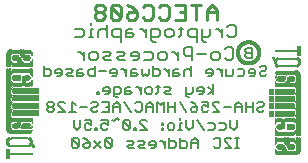
<source format=gbr>
G04 EAGLE Gerber RS-274X export*
G75*
%MOMM*%
%FSLAX34Y34*%
%LPD*%
%INSilkscreen Bottom*%
%IPPOS*%
%AMOC8*
5,1,8,0,0,1.08239X$1,22.5*%
G01*
%ADD10C,0.152400*%
%ADD11C,0.228600*%
%ADD12C,0.203200*%
%ADD13C,0.304800*%
%ADD14R,0.022863X0.462278*%
%ADD15R,0.022863X0.462281*%
%ADD16R,0.022863X0.436881*%
%ADD17R,0.023113X0.462278*%
%ADD18R,0.023113X0.462281*%
%ADD19R,0.023113X0.436881*%
%ADD20R,0.023116X0.462278*%
%ADD21R,0.023116X0.462281*%
%ADD22R,0.023116X0.436881*%
%ADD23R,0.023113X0.022863*%
%ADD24R,0.023116X0.091441*%
%ADD25R,0.023113X0.139700*%
%ADD26R,0.023116X0.185419*%
%ADD27R,0.023113X0.254000*%
%ADD28R,0.023113X0.299719*%
%ADD29R,0.023116X0.345438*%
%ADD30R,0.023113X0.391159*%
%ADD31R,0.023116X0.393700*%
%ADD32R,0.022863X0.325119*%
%ADD33R,0.022863X0.599438*%
%ADD34R,0.022863X0.622300*%
%ADD35R,0.022863X0.530859*%
%ADD36R,0.022863X0.439422*%
%ADD37R,0.022863X0.231138*%
%ADD38R,0.022863X0.071119*%
%ADD39R,0.022863X0.533400*%
%ADD40R,0.022863X0.208281*%
%ADD41R,0.023113X0.345441*%
%ADD42R,0.023113X0.576578*%
%ADD43R,0.023113X0.599438*%
%ADD44R,0.023113X0.508000*%
%ADD45R,0.023113X0.416563*%
%ADD46R,0.023113X0.208278*%
%ADD47R,0.023113X0.553722*%
%ADD48R,0.023113X0.208281*%
%ADD49R,0.023116X0.345441*%
%ADD50R,0.023116X0.530859*%
%ADD51R,0.023116X0.370841*%
%ADD52R,0.023116X0.162559*%
%ADD53R,0.023116X0.576581*%
%ADD54R,0.023116X0.208281*%
%ADD55R,0.023113X0.322578*%
%ADD56R,0.023113X0.485137*%
%ADD57R,0.023113X0.416559*%
%ADD58R,0.023113X0.347981*%
%ADD59R,0.023113X0.116838*%
%ADD60R,0.023113X0.647700*%
%ADD61R,0.023116X0.322581*%
%ADD62R,0.023116X0.485137*%
%ADD63R,0.023116X0.093978*%
%ADD64R,0.023116X0.231141*%
%ADD65R,0.023116X0.693419*%
%ADD66R,0.023113X0.322581*%
%ADD67R,0.023113X0.439419*%
%ADD68R,0.023113X0.370841*%
%ADD69R,0.023113X0.299722*%
%ADD70R,0.023113X0.045719*%
%ADD71R,0.023113X0.739138*%
%ADD72R,0.023113X0.414019*%
%ADD73R,0.023113X0.347978*%
%ADD74R,0.023113X0.762000*%
%ADD75R,0.023116X0.414019*%
%ADD76R,0.023116X0.182881*%
%ADD77R,0.023116X0.347978*%
%ADD78R,0.023116X0.276863*%
%ADD79R,0.023116X0.116841*%
%ADD80R,0.023116X0.276859*%
%ADD81R,0.023116X0.784863*%
%ADD82R,0.023113X0.325119*%
%ADD83R,0.023113X0.276863*%
%ADD84R,0.023113X0.276859*%
%ADD85R,0.023116X0.325119*%
%ADD86R,0.023116X0.391159*%
%ADD87R,0.023116X0.302259*%
%ADD88R,0.023116X0.254000*%
%ADD89R,0.023113X0.302259*%
%ADD90R,0.023113X0.393700*%
%ADD91R,0.023113X0.231141*%
%ADD92R,0.022863X0.302259*%
%ADD93R,0.022863X0.439419*%
%ADD94R,0.022863X0.368300*%
%ADD95R,0.022863X0.391159*%
%ADD96R,0.022863X0.416559*%
%ADD97R,0.022863X0.276863*%
%ADD98R,0.022863X0.205741*%
%ADD99R,0.023113X0.368300*%
%ADD100R,0.023113X0.205741*%
%ADD101R,0.023116X0.368300*%
%ADD102R,0.023116X0.205741*%
%ADD103R,0.023113X0.182881*%
%ADD104R,0.022863X0.276859*%
%ADD105R,0.022863X0.182881*%
%ADD106R,0.023113X0.924559*%
%ADD107R,0.023116X0.924559*%
%ADD108R,0.023113X0.901700*%
%ADD109R,0.023116X0.901700*%
%ADD110R,0.023113X0.878841*%
%ADD111R,0.023116X0.855981*%
%ADD112R,0.023113X0.833119*%
%ADD113R,0.022863X0.787400*%
%ADD114R,0.022863X0.414019*%
%ADD115R,0.022863X0.924559*%
%ADD116R,0.023113X0.739141*%
%ADD117R,0.023116X0.716281*%
%ADD118R,0.023116X0.299722*%
%ADD119R,0.023113X0.670559*%
%ADD120R,0.023116X0.647700*%
%ADD121R,0.023116X0.508000*%
%ADD122R,0.023116X0.299719*%
%ADD123R,0.023113X0.601981*%
%ADD124R,0.023113X0.530859*%
%ADD125R,0.023113X0.231138*%
%ADD126R,0.023113X0.556259*%
%ADD127R,0.023113X0.185419*%
%ADD128R,0.023116X0.533400*%
%ADD129R,0.023116X0.599438*%
%ADD130R,0.023116X0.416563*%
%ADD131R,0.023116X0.116838*%
%ADD132R,0.023113X0.485141*%
%ADD133R,0.023113X0.645159*%
%ADD134R,0.023113X0.716278*%
%ADD135R,0.022863X0.393700*%
%ADD136R,0.022863X0.762000*%
%ADD137R,0.022863X0.624841*%
%ADD138R,0.023113X0.784859*%
%ADD139R,0.023113X0.693422*%
%ADD140R,0.023116X0.830578*%
%ADD141R,0.023116X0.739141*%
%ADD142R,0.023113X0.876300*%
%ADD143R,0.023113X0.807722*%
%ADD144R,0.023116X0.899159*%
%ADD145R,0.023116X0.878841*%
%ADD146R,0.023113X0.922019*%
%ADD147R,0.023113X0.947419*%
%ADD148R,0.023116X0.970278*%
%ADD149R,0.023113X0.970278*%
%ADD150R,0.023116X0.439419*%
%ADD151R,0.022863X0.299722*%
%ADD152R,0.023116X0.416559*%
%ADD153R,0.023116X0.347981*%
%ADD154R,0.023113X0.137159*%
%ADD155R,0.023113X0.093978*%
%ADD156R,0.023113X0.091441*%
%ADD157R,0.023113X0.093981*%
%ADD158R,0.023113X0.114300*%
%ADD159R,0.023116X0.045719*%
%ADD160R,0.023116X0.045722*%
%ADD161R,0.023113X0.071119*%
%ADD162R,0.023113X0.116841*%
%ADD163R,0.023116X0.139700*%
%ADD164R,0.022863X0.322581*%
%ADD165R,0.022863X0.345441*%
%ADD166R,0.022863X0.162559*%
%ADD167R,0.022863X0.576581*%
%ADD168R,0.023113X0.668019*%
%ADD169R,0.023113X0.533400*%
%ADD170R,0.023116X1.455419*%
%ADD171R,0.023116X5.519419*%
%ADD172R,0.023113X1.455419*%
%ADD173R,0.023113X5.519419*%
%ADD174R,0.023116X5.494019*%
%ADD175R,0.023113X1.430019*%
%ADD176R,0.023113X5.494019*%
%ADD177R,0.023116X1.430019*%
%ADD178R,0.023116X5.471159*%
%ADD179R,0.023116X0.762000*%
%ADD180R,0.023113X1.407159*%
%ADD181R,0.023113X5.471159*%
%ADD182R,0.022863X1.384300*%
%ADD183R,0.022863X5.448300*%
%ADD184R,0.022863X0.716278*%
%ADD185R,0.022863X0.878841*%
%ADD186R,0.023113X1.361438*%
%ADD187R,0.023113X5.425438*%
%ADD188R,0.023116X1.338578*%
%ADD189R,0.023116X5.402578*%
%ADD190R,0.023116X0.624841*%
%ADD191R,0.023113X1.292859*%
%ADD192R,0.023113X5.356859*%
%ADD193R,0.023116X1.224278*%
%ADD194R,0.023116X5.288278*%


D10*
X155407Y-26960D02*
X156847Y-25520D01*
X159728Y-25520D01*
X161169Y-26960D01*
X161169Y-28401D01*
X159728Y-29841D01*
X156847Y-29841D01*
X155407Y-31282D01*
X155407Y-32722D01*
X156847Y-34163D01*
X159728Y-34163D01*
X161169Y-32722D01*
X150373Y-34163D02*
X147492Y-34163D01*
X150373Y-34163D02*
X151814Y-32722D01*
X151814Y-29841D01*
X150373Y-28401D01*
X147492Y-28401D01*
X146051Y-29841D01*
X146051Y-31282D01*
X151814Y-31282D01*
X141018Y-28401D02*
X136696Y-28401D01*
X141018Y-28401D02*
X142458Y-29841D01*
X142458Y-32722D01*
X141018Y-34163D01*
X136696Y-34163D01*
X133103Y-32722D02*
X133103Y-28401D01*
X133103Y-32722D02*
X131663Y-34163D01*
X127341Y-34163D01*
X127341Y-28401D01*
X123748Y-28401D02*
X123748Y-34163D01*
X123748Y-31282D02*
X120867Y-28401D01*
X119426Y-28401D01*
X114511Y-34163D02*
X111630Y-34163D01*
X114511Y-34163D02*
X115952Y-32722D01*
X115952Y-29841D01*
X114511Y-28401D01*
X111630Y-28401D01*
X110190Y-29841D01*
X110190Y-31282D01*
X115952Y-31282D01*
X97242Y-34163D02*
X97242Y-25520D01*
X95801Y-28401D02*
X97242Y-29841D01*
X95801Y-28401D02*
X92920Y-28401D01*
X91479Y-29841D01*
X91479Y-34163D01*
X86446Y-28401D02*
X83565Y-28401D01*
X82124Y-29841D01*
X82124Y-34163D01*
X86446Y-34163D01*
X87886Y-32722D01*
X86446Y-31282D01*
X82124Y-31282D01*
X78531Y-34163D02*
X78531Y-28401D01*
X78531Y-31282D02*
X75650Y-28401D01*
X74210Y-28401D01*
X64973Y-25520D02*
X64973Y-34163D01*
X69295Y-34163D01*
X70735Y-32722D01*
X70735Y-29841D01*
X69295Y-28401D01*
X64973Y-28401D01*
X61380Y-28401D02*
X61380Y-32722D01*
X59940Y-34163D01*
X58499Y-32722D01*
X57058Y-34163D01*
X55618Y-32722D01*
X55618Y-28401D01*
X50584Y-28401D02*
X47703Y-28401D01*
X46263Y-29841D01*
X46263Y-34163D01*
X50584Y-34163D01*
X52025Y-32722D01*
X50584Y-31282D01*
X46263Y-31282D01*
X42670Y-34163D02*
X42670Y-28401D01*
X42670Y-31282D02*
X39789Y-28401D01*
X38348Y-28401D01*
X33433Y-34163D02*
X30552Y-34163D01*
X33433Y-34163D02*
X34874Y-32722D01*
X34874Y-29841D01*
X33433Y-28401D01*
X30552Y-28401D01*
X29112Y-29841D01*
X29112Y-31282D01*
X34874Y-31282D01*
X25519Y-29841D02*
X19756Y-29841D01*
X16163Y-25520D02*
X16163Y-34163D01*
X11842Y-34163D01*
X10401Y-32722D01*
X10401Y-29841D01*
X11842Y-28401D01*
X16163Y-28401D01*
X5368Y-28401D02*
X2487Y-28401D01*
X1046Y-29841D01*
X1046Y-34163D01*
X5368Y-34163D01*
X6808Y-32722D01*
X5368Y-31282D01*
X1046Y-31282D01*
X-2547Y-34163D02*
X-6869Y-34163D01*
X-8309Y-32722D01*
X-6869Y-31282D01*
X-3988Y-31282D01*
X-2547Y-29841D01*
X-3988Y-28401D01*
X-8309Y-28401D01*
X-13343Y-34163D02*
X-16224Y-34163D01*
X-13343Y-34163D02*
X-11902Y-32722D01*
X-11902Y-29841D01*
X-13343Y-28401D01*
X-16224Y-28401D01*
X-17664Y-29841D01*
X-17664Y-31282D01*
X-11902Y-31282D01*
X-27020Y-34163D02*
X-27020Y-25520D01*
X-27020Y-34163D02*
X-22698Y-34163D01*
X-21257Y-32722D01*
X-21257Y-29841D01*
X-22698Y-28401D01*
X-27020Y-28401D01*
X115952Y-40760D02*
X115952Y-49403D01*
X115952Y-46522D02*
X111630Y-49403D01*
X115952Y-46522D02*
X111630Y-43641D01*
X106715Y-49403D02*
X103834Y-49403D01*
X106715Y-49403D02*
X108156Y-47962D01*
X108156Y-45081D01*
X106715Y-43641D01*
X103834Y-43641D01*
X102394Y-45081D01*
X102394Y-46522D01*
X108156Y-46522D01*
X98801Y-47962D02*
X98801Y-43641D01*
X98801Y-47962D02*
X97360Y-49403D01*
X93039Y-49403D01*
X93039Y-50844D02*
X93039Y-43641D01*
X93039Y-50844D02*
X94479Y-52284D01*
X95920Y-52284D01*
X80090Y-49403D02*
X75769Y-49403D01*
X74328Y-47962D01*
X75769Y-46522D01*
X78650Y-46522D01*
X80090Y-45081D01*
X78650Y-43641D01*
X74328Y-43641D01*
X69295Y-42200D02*
X69295Y-47962D01*
X67854Y-49403D01*
X67854Y-43641D02*
X70735Y-43641D01*
X63058Y-49403D02*
X60177Y-49403D01*
X58736Y-47962D01*
X58736Y-45081D01*
X60177Y-43641D01*
X63058Y-43641D01*
X64498Y-45081D01*
X64498Y-47962D01*
X63058Y-49403D01*
X55143Y-49403D02*
X55143Y-43641D01*
X55143Y-46522D02*
X52262Y-43641D01*
X50822Y-43641D01*
X45907Y-43641D02*
X43026Y-43641D01*
X41585Y-45081D01*
X41585Y-49403D01*
X45907Y-49403D01*
X47347Y-47962D01*
X45907Y-46522D01*
X41585Y-46522D01*
X35111Y-52284D02*
X33670Y-52284D01*
X32230Y-50844D01*
X32230Y-43641D01*
X36552Y-43641D01*
X37992Y-45081D01*
X37992Y-47962D01*
X36552Y-49403D01*
X32230Y-49403D01*
X27196Y-49403D02*
X24315Y-49403D01*
X27196Y-49403D02*
X28637Y-47962D01*
X28637Y-45081D01*
X27196Y-43641D01*
X24315Y-43641D01*
X22875Y-45081D01*
X22875Y-46522D01*
X28637Y-46522D01*
X19282Y-47962D02*
X19282Y-49403D01*
X19282Y-47962D02*
X17841Y-47962D01*
X17841Y-49403D01*
X19282Y-49403D01*
X153068Y-57440D02*
X154508Y-56000D01*
X157389Y-56000D01*
X158830Y-57440D01*
X158830Y-58881D01*
X157389Y-60321D01*
X154508Y-60321D01*
X153068Y-61762D01*
X153068Y-63202D01*
X154508Y-64643D01*
X157389Y-64643D01*
X158830Y-63202D01*
X149475Y-64643D02*
X149475Y-56000D01*
X149475Y-60321D02*
X143713Y-60321D01*
X143713Y-56000D02*
X143713Y-64643D01*
X140120Y-64643D02*
X140120Y-58881D01*
X137238Y-56000D01*
X134357Y-58881D01*
X134357Y-64643D01*
X134357Y-60321D02*
X140120Y-60321D01*
X130764Y-60321D02*
X125002Y-60321D01*
X121409Y-64643D02*
X115647Y-64643D01*
X121409Y-64643D02*
X115647Y-58881D01*
X115647Y-57440D01*
X117088Y-56000D01*
X119969Y-56000D01*
X121409Y-57440D01*
X112054Y-56000D02*
X106292Y-56000D01*
X112054Y-56000D02*
X112054Y-60321D01*
X109173Y-58881D01*
X107732Y-58881D01*
X106292Y-60321D01*
X106292Y-63202D01*
X107732Y-64643D01*
X110613Y-64643D01*
X112054Y-63202D01*
X99818Y-57440D02*
X96937Y-56000D01*
X99818Y-57440D02*
X102699Y-60321D01*
X102699Y-63202D01*
X101258Y-64643D01*
X98377Y-64643D01*
X96937Y-63202D01*
X96937Y-61762D01*
X98377Y-60321D01*
X102699Y-60321D01*
X93344Y-64643D02*
X87581Y-56000D01*
X83988Y-56000D02*
X83988Y-64643D01*
X83988Y-60321D02*
X78226Y-60321D01*
X78226Y-56000D02*
X78226Y-64643D01*
X74633Y-64643D02*
X74633Y-56000D01*
X71752Y-58881D01*
X68871Y-56000D01*
X68871Y-64643D01*
X65278Y-64643D02*
X65278Y-58881D01*
X62397Y-56000D01*
X59516Y-58881D01*
X59516Y-64643D01*
X59516Y-60321D02*
X65278Y-60321D01*
X51601Y-56000D02*
X50161Y-57440D01*
X51601Y-56000D02*
X54482Y-56000D01*
X55923Y-57440D01*
X55923Y-63202D01*
X54482Y-64643D01*
X51601Y-64643D01*
X50161Y-63202D01*
X46568Y-64643D02*
X40805Y-56000D01*
X37213Y-58881D02*
X37213Y-64643D01*
X37213Y-58881D02*
X34331Y-56000D01*
X31450Y-58881D01*
X31450Y-64643D01*
X31450Y-60321D02*
X37213Y-60321D01*
X27857Y-56000D02*
X22095Y-56000D01*
X27857Y-56000D02*
X27857Y-64643D01*
X22095Y-64643D01*
X24976Y-60321D02*
X27857Y-60321D01*
X14180Y-56000D02*
X12740Y-57440D01*
X14180Y-56000D02*
X17062Y-56000D01*
X18502Y-57440D01*
X18502Y-58881D01*
X17062Y-60321D01*
X14180Y-60321D01*
X12740Y-61762D01*
X12740Y-63202D01*
X14180Y-64643D01*
X17062Y-64643D01*
X18502Y-63202D01*
X9147Y-60321D02*
X3385Y-60321D01*
X-208Y-58881D02*
X-3089Y-56000D01*
X-3089Y-64643D01*
X-208Y-64643D02*
X-5970Y-64643D01*
X-9563Y-64643D02*
X-15326Y-64643D01*
X-15326Y-58881D02*
X-9563Y-64643D01*
X-15326Y-58881D02*
X-15326Y-57440D01*
X-13885Y-56000D01*
X-11004Y-56000D01*
X-9563Y-57440D01*
X-18919Y-57440D02*
X-20359Y-56000D01*
X-23240Y-56000D01*
X-24681Y-57440D01*
X-24681Y-58881D01*
X-23240Y-60321D01*
X-24681Y-61762D01*
X-24681Y-63202D01*
X-23240Y-64643D01*
X-20359Y-64643D01*
X-18919Y-63202D01*
X-18919Y-61762D01*
X-20359Y-60321D01*
X-18919Y-58881D01*
X-18919Y-57440D01*
X-20359Y-60321D02*
X-23240Y-60321D01*
X136222Y-71240D02*
X136222Y-77002D01*
X133340Y-79883D01*
X130459Y-77002D01*
X130459Y-71240D01*
X125426Y-74121D02*
X121104Y-74121D01*
X125426Y-74121D02*
X126866Y-75561D01*
X126866Y-78442D01*
X125426Y-79883D01*
X121104Y-79883D01*
X116071Y-74121D02*
X111749Y-74121D01*
X116071Y-74121D02*
X117511Y-75561D01*
X117511Y-78442D01*
X116071Y-79883D01*
X111749Y-79883D01*
X108156Y-79883D02*
X102394Y-71240D01*
X98801Y-71240D02*
X98801Y-77002D01*
X95920Y-79883D01*
X93039Y-77002D01*
X93039Y-71240D01*
X89446Y-74121D02*
X88005Y-74121D01*
X88005Y-79883D01*
X86565Y-79883D02*
X89446Y-79883D01*
X88005Y-71240D02*
X88005Y-69799D01*
X81768Y-79883D02*
X78887Y-79883D01*
X77447Y-78442D01*
X77447Y-75561D01*
X78887Y-74121D01*
X81768Y-74121D01*
X83209Y-75561D01*
X83209Y-78442D01*
X81768Y-79883D01*
X73854Y-74121D02*
X72413Y-74121D01*
X72413Y-75561D01*
X73854Y-75561D01*
X73854Y-74121D01*
X73854Y-78442D02*
X72413Y-78442D01*
X72413Y-79883D01*
X73854Y-79883D01*
X73854Y-78442D01*
X59821Y-79883D02*
X54059Y-79883D01*
X59821Y-79883D02*
X54059Y-74121D01*
X54059Y-72680D01*
X55499Y-71240D01*
X58380Y-71240D01*
X59821Y-72680D01*
X50466Y-78442D02*
X50466Y-79883D01*
X50466Y-78442D02*
X49025Y-78442D01*
X49025Y-79883D01*
X50466Y-79883D01*
X45788Y-78442D02*
X45788Y-72680D01*
X44348Y-71240D01*
X41466Y-71240D01*
X40026Y-72680D01*
X40026Y-78442D01*
X41466Y-79883D01*
X44348Y-79883D01*
X45788Y-78442D01*
X40026Y-72680D01*
X36433Y-71240D02*
X34992Y-69799D01*
X32111Y-72680D01*
X30671Y-71240D01*
X27078Y-71240D02*
X21315Y-71240D01*
X27078Y-71240D02*
X27078Y-75561D01*
X24197Y-74121D01*
X22756Y-74121D01*
X21315Y-75561D01*
X21315Y-78442D01*
X22756Y-79883D01*
X25637Y-79883D01*
X27078Y-78442D01*
X17723Y-78442D02*
X17723Y-79883D01*
X17723Y-78442D02*
X16282Y-78442D01*
X16282Y-79883D01*
X17723Y-79883D01*
X13045Y-71240D02*
X7283Y-71240D01*
X13045Y-71240D02*
X13045Y-75561D01*
X10164Y-74121D01*
X8723Y-74121D01*
X7283Y-75561D01*
X7283Y-78442D01*
X8723Y-79883D01*
X11604Y-79883D01*
X13045Y-78442D01*
X3690Y-77002D02*
X3690Y-71240D01*
X3690Y-77002D02*
X809Y-79883D01*
X-2073Y-77002D01*
X-2073Y-71240D01*
X134900Y-95123D02*
X137781Y-95123D01*
X136340Y-95123D02*
X136340Y-86480D01*
X134900Y-86480D02*
X137781Y-86480D01*
X131544Y-95123D02*
X125782Y-95123D01*
X131544Y-95123D02*
X125782Y-89361D01*
X125782Y-87920D01*
X127222Y-86480D01*
X130103Y-86480D01*
X131544Y-87920D01*
X117867Y-86480D02*
X116427Y-87920D01*
X117867Y-86480D02*
X120748Y-86480D01*
X122189Y-87920D01*
X122189Y-93682D01*
X120748Y-95123D01*
X117867Y-95123D01*
X116427Y-93682D01*
X103478Y-95123D02*
X103478Y-89361D01*
X100597Y-86480D01*
X97716Y-89361D01*
X97716Y-95123D01*
X97716Y-90801D02*
X103478Y-90801D01*
X88361Y-86480D02*
X88361Y-95123D01*
X92683Y-95123D01*
X94123Y-93682D01*
X94123Y-90801D01*
X92683Y-89361D01*
X88361Y-89361D01*
X79006Y-86480D02*
X79006Y-95123D01*
X83328Y-95123D01*
X84768Y-93682D01*
X84768Y-90801D01*
X83328Y-89361D01*
X79006Y-89361D01*
X75413Y-89361D02*
X75413Y-95123D01*
X75413Y-92242D02*
X72532Y-89361D01*
X71091Y-89361D01*
X66176Y-95123D02*
X63295Y-95123D01*
X66176Y-95123D02*
X67617Y-93682D01*
X67617Y-90801D01*
X66176Y-89361D01*
X63295Y-89361D01*
X61855Y-90801D01*
X61855Y-92242D01*
X67617Y-92242D01*
X58262Y-95123D02*
X53940Y-95123D01*
X52499Y-93682D01*
X53940Y-92242D01*
X56821Y-92242D01*
X58262Y-90801D01*
X56821Y-89361D01*
X52499Y-89361D01*
X48907Y-95123D02*
X44585Y-95123D01*
X43144Y-93682D01*
X44585Y-92242D01*
X47466Y-92242D01*
X48907Y-90801D01*
X47466Y-89361D01*
X43144Y-89361D01*
X30196Y-87920D02*
X30196Y-93682D01*
X30196Y-87920D02*
X28756Y-86480D01*
X25874Y-86480D01*
X24434Y-87920D01*
X24434Y-93682D01*
X25874Y-95123D01*
X28756Y-95123D01*
X30196Y-93682D01*
X24434Y-87920D01*
X20841Y-89361D02*
X15079Y-95123D01*
X20841Y-95123D02*
X15079Y-89361D01*
X8605Y-87920D02*
X5724Y-86480D01*
X8605Y-87920D02*
X11486Y-90801D01*
X11486Y-93682D01*
X10045Y-95123D01*
X7164Y-95123D01*
X5724Y-93682D01*
X5724Y-92242D01*
X7164Y-90801D01*
X11486Y-90801D01*
X2131Y-93682D02*
X2131Y-87920D01*
X690Y-86480D01*
X-2191Y-86480D01*
X-3632Y-87920D01*
X-3632Y-93682D01*
X-2191Y-95123D01*
X690Y-95123D01*
X2131Y-93682D01*
X-3632Y-87920D01*
D11*
X119157Y13462D02*
X119157Y21766D01*
X115005Y25919D01*
X110853Y21766D01*
X110853Y13462D01*
X110853Y19690D02*
X119157Y19690D01*
X101440Y13462D02*
X101440Y25919D01*
X105592Y25919D02*
X97288Y25919D01*
X92027Y25919D02*
X83723Y25919D01*
X92027Y25919D02*
X92027Y13462D01*
X83723Y13462D01*
X87875Y19690D02*
X92027Y19690D01*
X72234Y25919D02*
X70158Y23843D01*
X72234Y25919D02*
X76386Y25919D01*
X78462Y23843D01*
X78462Y15538D01*
X76386Y13462D01*
X72234Y13462D01*
X70158Y15538D01*
X58669Y25919D02*
X56593Y23843D01*
X58669Y25919D02*
X62821Y25919D01*
X64897Y23843D01*
X64897Y15538D01*
X62821Y13462D01*
X58669Y13462D01*
X56593Y15538D01*
X47180Y23843D02*
X43028Y25919D01*
X47180Y23843D02*
X51332Y19690D01*
X51332Y15538D01*
X49256Y13462D01*
X45104Y13462D01*
X43028Y15538D01*
X43028Y17614D01*
X45104Y19690D01*
X51332Y19690D01*
X37767Y15538D02*
X37767Y23843D01*
X35691Y25919D01*
X31539Y25919D01*
X29463Y23843D01*
X29463Y15538D01*
X31539Y13462D01*
X35691Y13462D01*
X37767Y15538D01*
X29463Y23843D01*
X24202Y23843D02*
X22126Y25919D01*
X17974Y25919D01*
X15898Y23843D01*
X15898Y21766D01*
X17974Y19690D01*
X15898Y17614D01*
X15898Y15538D01*
X17974Y13462D01*
X22126Y13462D01*
X24202Y15538D01*
X24202Y17614D01*
X22126Y19690D01*
X24202Y21766D01*
X24202Y23843D01*
X22126Y19690D02*
X17974Y19690D01*
D12*
X128070Y7374D02*
X129849Y9153D01*
X133408Y9153D01*
X135188Y7374D01*
X135188Y256D01*
X133408Y-1524D01*
X129849Y-1524D01*
X128070Y256D01*
X123494Y-1524D02*
X123494Y5594D01*
X123494Y2035D02*
X119935Y5594D01*
X118155Y5594D01*
X113749Y5594D02*
X113749Y256D01*
X111970Y-1524D01*
X106631Y-1524D01*
X106631Y-3304D02*
X106631Y5594D01*
X106631Y-3304D02*
X108410Y-5083D01*
X110190Y-5083D01*
X102055Y-5083D02*
X102055Y5594D01*
X96717Y5594D01*
X94937Y3815D01*
X94937Y256D01*
X96717Y-1524D01*
X102055Y-1524D01*
X88582Y256D02*
X88582Y7374D01*
X88582Y256D02*
X86802Y-1524D01*
X86802Y5594D02*
X90361Y5594D01*
X80786Y-1524D02*
X77227Y-1524D01*
X75447Y256D01*
X75447Y3815D01*
X77227Y5594D01*
X80786Y5594D01*
X82565Y3815D01*
X82565Y256D01*
X80786Y-1524D01*
X67312Y-5083D02*
X65533Y-5083D01*
X63753Y-3304D01*
X63753Y5594D01*
X69092Y5594D01*
X70871Y3815D01*
X70871Y256D01*
X69092Y-1524D01*
X63753Y-1524D01*
X59177Y-1524D02*
X59177Y5594D01*
X59177Y2035D02*
X55618Y5594D01*
X53839Y5594D01*
X47653Y5594D02*
X44094Y5594D01*
X42314Y3815D01*
X42314Y-1524D01*
X47653Y-1524D01*
X49432Y256D01*
X47653Y2035D01*
X42314Y2035D01*
X37738Y5594D02*
X37738Y-5083D01*
X37738Y5594D02*
X32400Y5594D01*
X30620Y3815D01*
X30620Y256D01*
X32400Y-1524D01*
X37738Y-1524D01*
X26044Y-1524D02*
X26044Y9153D01*
X24265Y5594D02*
X26044Y3815D01*
X24265Y5594D02*
X20706Y5594D01*
X18926Y3815D01*
X18926Y-1524D01*
X14350Y5594D02*
X12571Y5594D01*
X12571Y-1524D01*
X14350Y-1524D02*
X10791Y-1524D01*
X12571Y9153D02*
X12571Y10933D01*
X4775Y5594D02*
X-564Y5594D01*
X4775Y5594D02*
X6554Y3815D01*
X6554Y256D01*
X4775Y-1524D01*
X-564Y-1524D01*
X126121Y-11676D02*
X127900Y-9897D01*
X131459Y-9897D01*
X133239Y-11676D01*
X133239Y-18795D01*
X131459Y-20574D01*
X127900Y-20574D01*
X126121Y-18795D01*
X119766Y-20574D02*
X116206Y-20574D01*
X114427Y-18795D01*
X114427Y-15235D01*
X116206Y-13456D01*
X119766Y-13456D01*
X121545Y-15235D01*
X121545Y-18795D01*
X119766Y-20574D01*
X109851Y-15235D02*
X102733Y-15235D01*
X98157Y-9897D02*
X98157Y-20574D01*
X98157Y-9897D02*
X92819Y-9897D01*
X91039Y-11676D01*
X91039Y-15235D01*
X92819Y-17015D01*
X98157Y-17015D01*
X86463Y-20574D02*
X86463Y-13456D01*
X86463Y-17015D02*
X82904Y-13456D01*
X81125Y-13456D01*
X74939Y-20574D02*
X71380Y-20574D01*
X69600Y-18795D01*
X69600Y-15235D01*
X71380Y-13456D01*
X74939Y-13456D01*
X76718Y-15235D01*
X76718Y-18795D01*
X74939Y-20574D01*
X63245Y-13456D02*
X57906Y-13456D01*
X63245Y-13456D02*
X65024Y-15235D01*
X65024Y-18795D01*
X63245Y-20574D01*
X57906Y-20574D01*
X51551Y-20574D02*
X47992Y-20574D01*
X51551Y-20574D02*
X53330Y-18795D01*
X53330Y-15235D01*
X51551Y-13456D01*
X47992Y-13456D01*
X46212Y-15235D01*
X46212Y-17015D01*
X53330Y-17015D01*
X41636Y-20574D02*
X36298Y-20574D01*
X34518Y-18795D01*
X36298Y-17015D01*
X39857Y-17015D01*
X41636Y-15235D01*
X39857Y-13456D01*
X34518Y-13456D01*
X29942Y-20574D02*
X24604Y-20574D01*
X22824Y-18795D01*
X24604Y-17015D01*
X28163Y-17015D01*
X29942Y-15235D01*
X28163Y-13456D01*
X22824Y-13456D01*
X16469Y-20574D02*
X12910Y-20574D01*
X11130Y-18795D01*
X11130Y-15235D01*
X12910Y-13456D01*
X16469Y-13456D01*
X18248Y-15235D01*
X18248Y-18795D01*
X16469Y-20574D01*
X6554Y-20574D02*
X6554Y-13456D01*
X6554Y-17015D02*
X2995Y-13456D01*
X1216Y-13456D01*
D13*
X137070Y-14605D02*
X137073Y-14385D01*
X137081Y-14164D01*
X137094Y-13944D01*
X137113Y-13725D01*
X137138Y-13506D01*
X137167Y-13287D01*
X137202Y-13070D01*
X137243Y-12853D01*
X137288Y-12637D01*
X137339Y-12423D01*
X137395Y-12210D01*
X137457Y-11998D01*
X137523Y-11788D01*
X137595Y-11580D01*
X137672Y-11373D01*
X137754Y-11169D01*
X137840Y-10966D01*
X137932Y-10766D01*
X138029Y-10567D01*
X138130Y-10372D01*
X138237Y-10179D01*
X138348Y-9988D01*
X138463Y-9801D01*
X138583Y-9616D01*
X138708Y-9434D01*
X138837Y-9256D01*
X138971Y-9080D01*
X139108Y-8908D01*
X139250Y-8740D01*
X139396Y-8574D01*
X139546Y-8413D01*
X139700Y-8255D01*
X139858Y-8101D01*
X140019Y-7951D01*
X140185Y-7805D01*
X140353Y-7663D01*
X140525Y-7526D01*
X140701Y-7392D01*
X140879Y-7263D01*
X141061Y-7138D01*
X141246Y-7018D01*
X141433Y-6903D01*
X141624Y-6792D01*
X141817Y-6685D01*
X142012Y-6584D01*
X142211Y-6487D01*
X142411Y-6395D01*
X142614Y-6309D01*
X142818Y-6227D01*
X143025Y-6150D01*
X143233Y-6078D01*
X143443Y-6012D01*
X143655Y-5950D01*
X143868Y-5894D01*
X144082Y-5843D01*
X144298Y-5798D01*
X144515Y-5757D01*
X144732Y-5722D01*
X144951Y-5693D01*
X145170Y-5668D01*
X145389Y-5649D01*
X145609Y-5636D01*
X145830Y-5628D01*
X146050Y-5625D01*
X146270Y-5628D01*
X146491Y-5636D01*
X146711Y-5649D01*
X146930Y-5668D01*
X147149Y-5693D01*
X147368Y-5722D01*
X147585Y-5757D01*
X147802Y-5798D01*
X148018Y-5843D01*
X148232Y-5894D01*
X148445Y-5950D01*
X148657Y-6012D01*
X148867Y-6078D01*
X149075Y-6150D01*
X149282Y-6227D01*
X149486Y-6309D01*
X149689Y-6395D01*
X149889Y-6487D01*
X150088Y-6584D01*
X150283Y-6685D01*
X150476Y-6792D01*
X150667Y-6903D01*
X150854Y-7018D01*
X151039Y-7138D01*
X151221Y-7263D01*
X151399Y-7392D01*
X151575Y-7526D01*
X151747Y-7663D01*
X151915Y-7805D01*
X152081Y-7951D01*
X152242Y-8101D01*
X152400Y-8255D01*
X152554Y-8413D01*
X152704Y-8574D01*
X152850Y-8740D01*
X152992Y-8908D01*
X153129Y-9080D01*
X153263Y-9256D01*
X153392Y-9434D01*
X153517Y-9616D01*
X153637Y-9801D01*
X153752Y-9988D01*
X153863Y-10179D01*
X153970Y-10372D01*
X154071Y-10567D01*
X154168Y-10766D01*
X154260Y-10966D01*
X154346Y-11169D01*
X154428Y-11373D01*
X154505Y-11580D01*
X154577Y-11788D01*
X154643Y-11998D01*
X154705Y-12210D01*
X154761Y-12423D01*
X154812Y-12637D01*
X154857Y-12853D01*
X154898Y-13070D01*
X154933Y-13287D01*
X154962Y-13506D01*
X154987Y-13725D01*
X155006Y-13944D01*
X155019Y-14164D01*
X155027Y-14385D01*
X155030Y-14605D01*
X155027Y-14825D01*
X155019Y-15046D01*
X155006Y-15266D01*
X154987Y-15485D01*
X154962Y-15704D01*
X154933Y-15923D01*
X154898Y-16140D01*
X154857Y-16357D01*
X154812Y-16573D01*
X154761Y-16787D01*
X154705Y-17000D01*
X154643Y-17212D01*
X154577Y-17422D01*
X154505Y-17630D01*
X154428Y-17837D01*
X154346Y-18041D01*
X154260Y-18244D01*
X154168Y-18444D01*
X154071Y-18643D01*
X153970Y-18838D01*
X153863Y-19031D01*
X153752Y-19222D01*
X153637Y-19409D01*
X153517Y-19594D01*
X153392Y-19776D01*
X153263Y-19954D01*
X153129Y-20130D01*
X152992Y-20302D01*
X152850Y-20470D01*
X152704Y-20636D01*
X152554Y-20797D01*
X152400Y-20955D01*
X152242Y-21109D01*
X152081Y-21259D01*
X151915Y-21405D01*
X151747Y-21547D01*
X151575Y-21684D01*
X151399Y-21818D01*
X151221Y-21947D01*
X151039Y-22072D01*
X150854Y-22192D01*
X150667Y-22307D01*
X150476Y-22418D01*
X150283Y-22525D01*
X150088Y-22626D01*
X149889Y-22723D01*
X149689Y-22815D01*
X149486Y-22901D01*
X149282Y-22983D01*
X149075Y-23060D01*
X148867Y-23132D01*
X148657Y-23198D01*
X148445Y-23260D01*
X148232Y-23316D01*
X148018Y-23367D01*
X147802Y-23412D01*
X147585Y-23453D01*
X147368Y-23488D01*
X147149Y-23517D01*
X146930Y-23542D01*
X146711Y-23561D01*
X146491Y-23574D01*
X146270Y-23582D01*
X146050Y-23585D01*
X145830Y-23582D01*
X145609Y-23574D01*
X145389Y-23561D01*
X145170Y-23542D01*
X144951Y-23517D01*
X144732Y-23488D01*
X144515Y-23453D01*
X144298Y-23412D01*
X144082Y-23367D01*
X143868Y-23316D01*
X143655Y-23260D01*
X143443Y-23198D01*
X143233Y-23132D01*
X143025Y-23060D01*
X142818Y-22983D01*
X142614Y-22901D01*
X142411Y-22815D01*
X142211Y-22723D01*
X142012Y-22626D01*
X141817Y-22525D01*
X141624Y-22418D01*
X141433Y-22307D01*
X141246Y-22192D01*
X141061Y-22072D01*
X140879Y-21947D01*
X140701Y-21818D01*
X140525Y-21684D01*
X140353Y-21547D01*
X140185Y-21405D01*
X140019Y-21259D01*
X139858Y-21109D01*
X139700Y-20955D01*
X139546Y-20797D01*
X139396Y-20636D01*
X139250Y-20470D01*
X139108Y-20302D01*
X138971Y-20130D01*
X138837Y-19954D01*
X138708Y-19776D01*
X138583Y-19594D01*
X138463Y-19409D01*
X138348Y-19222D01*
X138237Y-19031D01*
X138130Y-18838D01*
X138029Y-18643D01*
X137932Y-18444D01*
X137840Y-18244D01*
X137754Y-18041D01*
X137672Y-17837D01*
X137595Y-17630D01*
X137523Y-17422D01*
X137457Y-17212D01*
X137395Y-17000D01*
X137339Y-16787D01*
X137288Y-16573D01*
X137243Y-16357D01*
X137202Y-16140D01*
X137167Y-15923D01*
X137138Y-15704D01*
X137113Y-15485D01*
X137094Y-15266D01*
X137081Y-15046D01*
X137073Y-14825D01*
X137070Y-14605D01*
D12*
X148590Y-18669D02*
X148590Y-10534D01*
X144523Y-10534D01*
X143167Y-11890D01*
X143167Y-13246D01*
X144523Y-14602D01*
X143167Y-15957D01*
X143167Y-17313D01*
X144523Y-18669D01*
X148590Y-18669D01*
X148590Y-14602D02*
X144523Y-14602D01*
D14*
X163830Y-66218D03*
D15*
X163830Y-59969D03*
X163830Y-53746D03*
D16*
X163830Y-47396D03*
D17*
X164060Y-66218D03*
D18*
X164060Y-59969D03*
X164060Y-53746D03*
D19*
X164060Y-47396D03*
D20*
X164291Y-66218D03*
D21*
X164291Y-59969D03*
X164291Y-53746D03*
D22*
X164291Y-47396D03*
D17*
X164522Y-66218D03*
D18*
X164522Y-59969D03*
X164522Y-53746D03*
D19*
X164522Y-47396D03*
D20*
X164753Y-66218D03*
D21*
X164753Y-59969D03*
X164753Y-53746D03*
D22*
X164753Y-47396D03*
D17*
X164984Y-66218D03*
D18*
X164984Y-59969D03*
X164984Y-53746D03*
D19*
X164984Y-47396D03*
D17*
X165216Y-66218D03*
D18*
X165216Y-59969D03*
X165216Y-53746D03*
D19*
X165216Y-47396D03*
D20*
X165447Y-66218D03*
D21*
X165447Y-59969D03*
X165447Y-53746D03*
D22*
X165447Y-47396D03*
D17*
X165678Y-66218D03*
D18*
X165678Y-59969D03*
X165678Y-53746D03*
D19*
X165678Y-47396D03*
D20*
X165909Y-66218D03*
D21*
X165909Y-59969D03*
X165909Y-53746D03*
D22*
X165909Y-47396D03*
D17*
X166140Y-66218D03*
D18*
X166140Y-59969D03*
X166140Y-53746D03*
D19*
X166140Y-47396D03*
D14*
X166370Y-66218D03*
D15*
X166370Y-59969D03*
X166370Y-53746D03*
D16*
X166370Y-47396D03*
D17*
X166600Y-66218D03*
D18*
X166600Y-59969D03*
X166600Y-53746D03*
D19*
X166600Y-47396D03*
D23*
X166600Y-18987D03*
D20*
X166831Y-66218D03*
D21*
X166831Y-59969D03*
X166831Y-53746D03*
D22*
X166831Y-47396D03*
D24*
X166831Y-19101D03*
D17*
X167062Y-66218D03*
D18*
X167062Y-59969D03*
X167062Y-53746D03*
D19*
X167062Y-47396D03*
D25*
X167062Y-19342D03*
D20*
X167293Y-66218D03*
D21*
X167293Y-59969D03*
X167293Y-53746D03*
D22*
X167293Y-47396D03*
D26*
X167293Y-19342D03*
D17*
X167524Y-66218D03*
D18*
X167524Y-59969D03*
X167524Y-53746D03*
D19*
X167524Y-47396D03*
D27*
X167524Y-19456D03*
D17*
X167756Y-66218D03*
D18*
X167756Y-59969D03*
X167756Y-53746D03*
D19*
X167756Y-47396D03*
D28*
X167756Y-19685D03*
D20*
X167987Y-66218D03*
D21*
X167987Y-59969D03*
X167987Y-53746D03*
D22*
X167987Y-47396D03*
D29*
X167987Y-19685D03*
D30*
X168218Y-19914D03*
D31*
X168449Y-20383D03*
D17*
X168680Y-21412D03*
D32*
X168910Y-97384D03*
D33*
X168910Y-89535D03*
D34*
X168910Y-81801D03*
D35*
X168910Y-72784D03*
D14*
X168910Y-66218D03*
D15*
X168910Y-59969D03*
X168910Y-53746D03*
D16*
X168910Y-47396D03*
D36*
X168910Y-41161D03*
D37*
X168910Y-35497D03*
D38*
X168910Y-32385D03*
D39*
X168910Y-22225D03*
D40*
X168910Y-12979D03*
D41*
X169140Y-97739D03*
D42*
X169140Y-89421D03*
D43*
X169140Y-81915D03*
D44*
X169140Y-72669D03*
D17*
X169140Y-66218D03*
D18*
X169140Y-59969D03*
X169140Y-53746D03*
D19*
X169140Y-47396D03*
D45*
X169140Y-41275D03*
D46*
X169140Y-35382D03*
D25*
X169140Y-32042D03*
D47*
X169140Y-22809D03*
D48*
X169140Y-12979D03*
D49*
X169371Y-98196D03*
D50*
X169371Y-89192D03*
X169371Y-82258D03*
D20*
X169371Y-72441D03*
X169371Y-66218D03*
D21*
X169371Y-59969D03*
X169371Y-53746D03*
D22*
X169371Y-47396D03*
D51*
X169371Y-41504D03*
D52*
X169371Y-35154D03*
D26*
X169371Y-31813D03*
D53*
X169371Y-22923D03*
D54*
X169371Y-12979D03*
D55*
X169602Y-98539D03*
D56*
X169602Y-88964D03*
D44*
X169602Y-82372D03*
D57*
X169602Y-72212D03*
D17*
X169602Y-66218D03*
D18*
X169602Y-59969D03*
X169602Y-53746D03*
D19*
X169602Y-47396D03*
D58*
X169602Y-41618D03*
D59*
X169602Y-34925D03*
D46*
X169602Y-31699D03*
D60*
X169602Y-22797D03*
D48*
X169602Y-12979D03*
D61*
X169833Y-98768D03*
D20*
X169833Y-88849D03*
D62*
X169833Y-82486D03*
D31*
X169833Y-72098D03*
D20*
X169833Y-66218D03*
D21*
X169833Y-59969D03*
X169833Y-53746D03*
D22*
X169833Y-47396D03*
D61*
X169833Y-41745D03*
D63*
X169833Y-34811D03*
D64*
X169833Y-31585D03*
D65*
X169833Y-22796D03*
D54*
X169833Y-12979D03*
D66*
X170064Y-98997D03*
D67*
X170064Y-88735D03*
D17*
X170064Y-82601D03*
D68*
X170064Y-71984D03*
D17*
X170064Y-66218D03*
D18*
X170064Y-59969D03*
X170064Y-53746D03*
D19*
X170064Y-47396D03*
D69*
X170064Y-41859D03*
D70*
X170064Y-34569D03*
D27*
X170064Y-31471D03*
D71*
X170064Y-22797D03*
D48*
X170064Y-12979D03*
D66*
X170296Y-99225D03*
D72*
X170296Y-88608D03*
D67*
X170296Y-82715D03*
D73*
X170296Y-71869D03*
D17*
X170296Y-66218D03*
D18*
X170296Y-59969D03*
X170296Y-53746D03*
D19*
X170296Y-47396D03*
D69*
X170296Y-41859D03*
D27*
X170296Y-31471D03*
D74*
X170296Y-22911D03*
D48*
X170296Y-12979D03*
D61*
X170527Y-99225D03*
D64*
X170527Y-94145D03*
D75*
X170527Y-88608D03*
X170527Y-82842D03*
D76*
X170527Y-77064D03*
D77*
X170527Y-71869D03*
D20*
X170527Y-66218D03*
D21*
X170527Y-59969D03*
X170527Y-53746D03*
D22*
X170527Y-47396D03*
D78*
X170527Y-41973D03*
D79*
X170527Y-37236D03*
D80*
X170527Y-31356D03*
D81*
X170527Y-22796D03*
D54*
X170527Y-12979D03*
D82*
X170758Y-99466D03*
D66*
X170758Y-94145D03*
D30*
X170758Y-88494D03*
D72*
X170758Y-82842D03*
D82*
X170758Y-77064D03*
X170758Y-71755D03*
D17*
X170758Y-66218D03*
D18*
X170758Y-59969D03*
X170758Y-53746D03*
D19*
X170758Y-47396D03*
D83*
X170758Y-41974D03*
D84*
X170758Y-37122D03*
X170758Y-31356D03*
D83*
X170758Y-25337D03*
D84*
X170758Y-20028D03*
D48*
X170758Y-12979D03*
D85*
X170989Y-99466D03*
D51*
X170989Y-94158D03*
D86*
X170989Y-88494D03*
D75*
X170989Y-82842D03*
D51*
X170989Y-77064D03*
D85*
X170989Y-71755D03*
D20*
X170989Y-66218D03*
D21*
X170989Y-59969D03*
X170989Y-53746D03*
D22*
X170989Y-47396D03*
D78*
X170989Y-41973D03*
D49*
X170989Y-37008D03*
D87*
X170989Y-31229D03*
D88*
X170989Y-25679D03*
D64*
X170989Y-19799D03*
D54*
X170989Y-12979D03*
D82*
X171220Y-99466D03*
D57*
X171220Y-94158D03*
D30*
X171220Y-88494D03*
X171220Y-82956D03*
D57*
X171220Y-77064D03*
D89*
X171220Y-71641D03*
D17*
X171220Y-66218D03*
D18*
X171220Y-59969D03*
X171220Y-53746D03*
D19*
X171220Y-47396D03*
D83*
X171220Y-41974D03*
D90*
X171220Y-36767D03*
D89*
X171220Y-31229D03*
D91*
X171220Y-25794D03*
D48*
X171220Y-19685D03*
X171220Y-12979D03*
D92*
X171450Y-99581D03*
D93*
X171450Y-94272D03*
D94*
X171450Y-88379D03*
D95*
X171450Y-82956D03*
D96*
X171450Y-77064D03*
D92*
X171450Y-71641D03*
D14*
X171450Y-66218D03*
D15*
X171450Y-59969D03*
X171450Y-53746D03*
D16*
X171450Y-47396D03*
D97*
X171450Y-41974D03*
D93*
X171450Y-36767D03*
D92*
X171450Y-31229D03*
D98*
X171450Y-25921D03*
D40*
X171450Y-19685D03*
X171450Y-12979D03*
D89*
X171680Y-99581D03*
D17*
X171680Y-94158D03*
D99*
X171680Y-88379D03*
D30*
X171680Y-82956D03*
D18*
X171680Y-77064D03*
D89*
X171680Y-71641D03*
D17*
X171680Y-66218D03*
D18*
X171680Y-59969D03*
X171680Y-53746D03*
D19*
X171680Y-47396D03*
D83*
X171680Y-41974D03*
D17*
X171680Y-36652D03*
D89*
X171680Y-31229D03*
D100*
X171680Y-25921D03*
D48*
X171680Y-19456D03*
X171680Y-12979D03*
D87*
X171911Y-99581D03*
D20*
X171911Y-94158D03*
D101*
X171911Y-88379D03*
D86*
X171911Y-82956D03*
D21*
X171911Y-77064D03*
D87*
X171911Y-71641D03*
D20*
X171911Y-66218D03*
D21*
X171911Y-59969D03*
X171911Y-53746D03*
D22*
X171911Y-47396D03*
D78*
X171911Y-41973D03*
D20*
X171911Y-36652D03*
D87*
X171911Y-31229D03*
D102*
X171911Y-25921D03*
D54*
X171911Y-19456D03*
X171911Y-12979D03*
D89*
X172142Y-99581D03*
D17*
X172142Y-94158D03*
D99*
X172142Y-88379D03*
X172142Y-83071D03*
D18*
X172142Y-77064D03*
D89*
X172142Y-71641D03*
D17*
X172142Y-66218D03*
D18*
X172142Y-59969D03*
X172142Y-53746D03*
D19*
X172142Y-47396D03*
D83*
X172142Y-41974D03*
D17*
X172142Y-36652D03*
D89*
X172142Y-31229D03*
D100*
X172142Y-25921D03*
D48*
X172142Y-19456D03*
X172142Y-12979D03*
D87*
X172373Y-99581D03*
D20*
X172373Y-94158D03*
D101*
X172373Y-88379D03*
X172373Y-83071D03*
D21*
X172373Y-77064D03*
D87*
X172373Y-71641D03*
D20*
X172373Y-66218D03*
D21*
X172373Y-59969D03*
X172373Y-53746D03*
D22*
X172373Y-47396D03*
D78*
X172373Y-41973D03*
D20*
X172373Y-36652D03*
D87*
X172373Y-31229D03*
D76*
X172373Y-26035D03*
D54*
X172373Y-19456D03*
X172373Y-12979D03*
D89*
X172604Y-99581D03*
D17*
X172604Y-94158D03*
D99*
X172604Y-88379D03*
X172604Y-83071D03*
D18*
X172604Y-77064D03*
D89*
X172604Y-71641D03*
D17*
X172604Y-66218D03*
D18*
X172604Y-59969D03*
X172604Y-53746D03*
D19*
X172604Y-47396D03*
D83*
X172604Y-41974D03*
D17*
X172604Y-36652D03*
D89*
X172604Y-31229D03*
D103*
X172604Y-26035D03*
D48*
X172604Y-19456D03*
X172604Y-12979D03*
D89*
X172836Y-99581D03*
D17*
X172836Y-94158D03*
D99*
X172836Y-88379D03*
X172836Y-83071D03*
D18*
X172836Y-77064D03*
D84*
X172836Y-71514D03*
D17*
X172836Y-66218D03*
D18*
X172836Y-59969D03*
X172836Y-53746D03*
D19*
X172836Y-47396D03*
D83*
X172836Y-41974D03*
D17*
X172836Y-36652D03*
D89*
X172836Y-31229D03*
D103*
X172836Y-26035D03*
D48*
X172836Y-19456D03*
X172836Y-12979D03*
D87*
X173067Y-99581D03*
D20*
X173067Y-94158D03*
D101*
X173067Y-88379D03*
X173067Y-83071D03*
D21*
X173067Y-77064D03*
D80*
X173067Y-71514D03*
D20*
X173067Y-66218D03*
D21*
X173067Y-59969D03*
X173067Y-53746D03*
D22*
X173067Y-47396D03*
D78*
X173067Y-41973D03*
D20*
X173067Y-36652D03*
D87*
X173067Y-31229D03*
D76*
X173067Y-26035D03*
D54*
X173067Y-19456D03*
X173067Y-12979D03*
D89*
X173298Y-99581D03*
D17*
X173298Y-94158D03*
D99*
X173298Y-88379D03*
X173298Y-83071D03*
D18*
X173298Y-77064D03*
D84*
X173298Y-71514D03*
D17*
X173298Y-66218D03*
D18*
X173298Y-59969D03*
X173298Y-53746D03*
D19*
X173298Y-47396D03*
D83*
X173298Y-41974D03*
D17*
X173298Y-36652D03*
D89*
X173298Y-31229D03*
D103*
X173298Y-26035D03*
D48*
X173298Y-19456D03*
X173298Y-12979D03*
D87*
X173529Y-99581D03*
D20*
X173529Y-94158D03*
D101*
X173529Y-88379D03*
X173529Y-83071D03*
D21*
X173529Y-77064D03*
D80*
X173529Y-71514D03*
D20*
X173529Y-66218D03*
D21*
X173529Y-59969D03*
X173529Y-53746D03*
D22*
X173529Y-47396D03*
D78*
X173529Y-41973D03*
D20*
X173529Y-36652D03*
D87*
X173529Y-31229D03*
D76*
X173529Y-26035D03*
D54*
X173529Y-19456D03*
X173529Y-12979D03*
D89*
X173760Y-99581D03*
D17*
X173760Y-94158D03*
D99*
X173760Y-88379D03*
X173760Y-83071D03*
D18*
X173760Y-77064D03*
D84*
X173760Y-71514D03*
D17*
X173760Y-66218D03*
D18*
X173760Y-59969D03*
X173760Y-53746D03*
D19*
X173760Y-47396D03*
D83*
X173760Y-41974D03*
D17*
X173760Y-36652D03*
D89*
X173760Y-31229D03*
D103*
X173760Y-26035D03*
D48*
X173760Y-19456D03*
X173760Y-12979D03*
D92*
X173990Y-99581D03*
D14*
X173990Y-94158D03*
D94*
X173990Y-88379D03*
X173990Y-83071D03*
D15*
X173990Y-77064D03*
D104*
X173990Y-71514D03*
D14*
X173990Y-66218D03*
D15*
X173990Y-59969D03*
X173990Y-53746D03*
D16*
X173990Y-47396D03*
D97*
X173990Y-41974D03*
D14*
X173990Y-36652D03*
D92*
X173990Y-31229D03*
D105*
X173990Y-26035D03*
D40*
X173990Y-19456D03*
X173990Y-12979D03*
D89*
X174220Y-99581D03*
D17*
X174220Y-94158D03*
D99*
X174220Y-88379D03*
X174220Y-83071D03*
D18*
X174220Y-77064D03*
D84*
X174220Y-71514D03*
D17*
X174220Y-66218D03*
D18*
X174220Y-59969D03*
X174220Y-53746D03*
D19*
X174220Y-47396D03*
D83*
X174220Y-41974D03*
D17*
X174220Y-36652D03*
D89*
X174220Y-31229D03*
D103*
X174220Y-26035D03*
D48*
X174220Y-19456D03*
X174220Y-12979D03*
D87*
X174451Y-99581D03*
D20*
X174451Y-94158D03*
D101*
X174451Y-88379D03*
X174451Y-83071D03*
D21*
X174451Y-77064D03*
D80*
X174451Y-71514D03*
D20*
X174451Y-66218D03*
D21*
X174451Y-59969D03*
X174451Y-53746D03*
D22*
X174451Y-47396D03*
D78*
X174451Y-41973D03*
D20*
X174451Y-36652D03*
D87*
X174451Y-31229D03*
D76*
X174451Y-26035D03*
D54*
X174451Y-19456D03*
X174451Y-12979D03*
D89*
X174682Y-99581D03*
D17*
X174682Y-94158D03*
D99*
X174682Y-88379D03*
X174682Y-83071D03*
D106*
X174682Y-74752D03*
D17*
X174682Y-66218D03*
D18*
X174682Y-59969D03*
X174682Y-53746D03*
D19*
X174682Y-47396D03*
D83*
X174682Y-41974D03*
D17*
X174682Y-36652D03*
D89*
X174682Y-31229D03*
D103*
X174682Y-26035D03*
D48*
X174682Y-19456D03*
X174682Y-12979D03*
D87*
X174913Y-99581D03*
D20*
X174913Y-94158D03*
D101*
X174913Y-88379D03*
X174913Y-83071D03*
D107*
X174913Y-74752D03*
D20*
X174913Y-66218D03*
D21*
X174913Y-59969D03*
X174913Y-53746D03*
D22*
X174913Y-47396D03*
D78*
X174913Y-41973D03*
D20*
X174913Y-36652D03*
D87*
X174913Y-31229D03*
D76*
X174913Y-26035D03*
D54*
X174913Y-19456D03*
X174913Y-12979D03*
D89*
X175144Y-99581D03*
D67*
X175144Y-94272D03*
D99*
X175144Y-88379D03*
X175144Y-83071D03*
D106*
X175144Y-74752D03*
D17*
X175144Y-66218D03*
D18*
X175144Y-59969D03*
X175144Y-53746D03*
D19*
X175144Y-47396D03*
D83*
X175144Y-41974D03*
D17*
X175144Y-36652D03*
D89*
X175144Y-31229D03*
D103*
X175144Y-26035D03*
D48*
X175144Y-19456D03*
X175144Y-12979D03*
D108*
X175376Y-96584D03*
D99*
X175376Y-88379D03*
X175376Y-83071D03*
D106*
X175376Y-74752D03*
D17*
X175376Y-66218D03*
D18*
X175376Y-59969D03*
X175376Y-53746D03*
D19*
X175376Y-47396D03*
D83*
X175376Y-41974D03*
D17*
X175376Y-36652D03*
D89*
X175376Y-31229D03*
D103*
X175376Y-26035D03*
D48*
X175376Y-19456D03*
X175376Y-12979D03*
D109*
X175607Y-96583D03*
D101*
X175607Y-88379D03*
X175607Y-83071D03*
D107*
X175607Y-74752D03*
D20*
X175607Y-66218D03*
D21*
X175607Y-59969D03*
X175607Y-53746D03*
D22*
X175607Y-47396D03*
D78*
X175607Y-41973D03*
D20*
X175607Y-36652D03*
D87*
X175607Y-31229D03*
D76*
X175607Y-26035D03*
D54*
X175607Y-19456D03*
X175607Y-12979D03*
D110*
X175838Y-96698D03*
D30*
X175838Y-88494D03*
D99*
X175838Y-83071D03*
D106*
X175838Y-74752D03*
D17*
X175838Y-66218D03*
D18*
X175838Y-59969D03*
X175838Y-53746D03*
D19*
X175838Y-47396D03*
D83*
X175838Y-41974D03*
D17*
X175838Y-36652D03*
D89*
X175838Y-31229D03*
D103*
X175838Y-26035D03*
D48*
X175838Y-19456D03*
X175838Y-12979D03*
D111*
X176069Y-96812D03*
D86*
X176069Y-88494D03*
D101*
X176069Y-83071D03*
D107*
X176069Y-74752D03*
D20*
X176069Y-66218D03*
D21*
X176069Y-59969D03*
X176069Y-53746D03*
D22*
X176069Y-47396D03*
D78*
X176069Y-41973D03*
D20*
X176069Y-36652D03*
D87*
X176069Y-31229D03*
D76*
X176069Y-26035D03*
D54*
X176069Y-19456D03*
X176069Y-12979D03*
D112*
X176300Y-96926D03*
D72*
X176300Y-88608D03*
D99*
X176300Y-83071D03*
D106*
X176300Y-74752D03*
D17*
X176300Y-66218D03*
D18*
X176300Y-59969D03*
X176300Y-53746D03*
D19*
X176300Y-47396D03*
D83*
X176300Y-41974D03*
D67*
X176300Y-36538D03*
D89*
X176300Y-31229D03*
D103*
X176300Y-26035D03*
D48*
X176300Y-19456D03*
X176300Y-12979D03*
D113*
X176530Y-97155D03*
D114*
X176530Y-88608D03*
D94*
X176530Y-83071D03*
D115*
X176530Y-74752D03*
D14*
X176530Y-66218D03*
D15*
X176530Y-59969D03*
X176530Y-53746D03*
D16*
X176530Y-47396D03*
D97*
X176530Y-41974D03*
D93*
X176530Y-36538D03*
D92*
X176530Y-31229D03*
D105*
X176530Y-26035D03*
D40*
X176530Y-19456D03*
X176530Y-12979D03*
D116*
X176760Y-97396D03*
D67*
X176760Y-88735D03*
D99*
X176760Y-83071D03*
D106*
X176760Y-74752D03*
D17*
X176760Y-66218D03*
D18*
X176760Y-59969D03*
X176760Y-53746D03*
D19*
X176760Y-47396D03*
D69*
X176760Y-41859D03*
D57*
X176760Y-36424D03*
D89*
X176760Y-31229D03*
D103*
X176760Y-26035D03*
D48*
X176760Y-19456D03*
X176760Y-12979D03*
D117*
X176991Y-97511D03*
D20*
X176991Y-88849D03*
D101*
X176991Y-83071D03*
D107*
X176991Y-74752D03*
D20*
X176991Y-66218D03*
D21*
X176991Y-59969D03*
X176991Y-53746D03*
D22*
X176991Y-47396D03*
D118*
X176991Y-41859D03*
D31*
X176991Y-36309D03*
D87*
X176991Y-31229D03*
D76*
X176991Y-26035D03*
D54*
X176991Y-19456D03*
X176991Y-12979D03*
D119*
X177222Y-97739D03*
D56*
X177222Y-88964D03*
D99*
X177222Y-83071D03*
D106*
X177222Y-74752D03*
D17*
X177222Y-66218D03*
D18*
X177222Y-59969D03*
X177222Y-53746D03*
D19*
X177222Y-47396D03*
D66*
X177222Y-41745D03*
D73*
X177222Y-36081D03*
D89*
X177222Y-31229D03*
D103*
X177222Y-26035D03*
D48*
X177222Y-19456D03*
X177222Y-12979D03*
D120*
X177453Y-97853D03*
D121*
X177453Y-89078D03*
D101*
X177453Y-83071D03*
D80*
X177453Y-71514D03*
D20*
X177453Y-66218D03*
D21*
X177453Y-59969D03*
X177453Y-53746D03*
D22*
X177453Y-47396D03*
D61*
X177453Y-41745D03*
D122*
X177453Y-35839D03*
D87*
X177453Y-31229D03*
D76*
X177453Y-26035D03*
D54*
X177453Y-19456D03*
X177453Y-12979D03*
D123*
X177684Y-98082D03*
D124*
X177684Y-89192D03*
D99*
X177684Y-83071D03*
D84*
X177684Y-71514D03*
D17*
X177684Y-66218D03*
D18*
X177684Y-59969D03*
X177684Y-53746D03*
D19*
X177684Y-47396D03*
D58*
X177684Y-41618D03*
D125*
X177684Y-35497D03*
D89*
X177684Y-31229D03*
D103*
X177684Y-26035D03*
D48*
X177684Y-19456D03*
X177684Y-12979D03*
D126*
X177916Y-98311D03*
D42*
X177916Y-89421D03*
D99*
X177916Y-83071D03*
D84*
X177916Y-71514D03*
D17*
X177916Y-66218D03*
D18*
X177916Y-59969D03*
X177916Y-53746D03*
D19*
X177916Y-47396D03*
D68*
X177916Y-41504D03*
D127*
X177916Y-35268D03*
D89*
X177916Y-31229D03*
D103*
X177916Y-26035D03*
D48*
X177916Y-19456D03*
X177916Y-12979D03*
D128*
X178147Y-98425D03*
D129*
X178147Y-89535D03*
D101*
X178147Y-83071D03*
D80*
X178147Y-71514D03*
D20*
X178147Y-66218D03*
D21*
X178147Y-59969D03*
X178147Y-53746D03*
D22*
X178147Y-47396D03*
D130*
X178147Y-41275D03*
D131*
X178147Y-34925D03*
D87*
X178147Y-31229D03*
D76*
X178147Y-26035D03*
D54*
X178147Y-19456D03*
X178147Y-12979D03*
D132*
X178378Y-98666D03*
D133*
X178378Y-89764D03*
D99*
X178378Y-83071D03*
D84*
X178378Y-71514D03*
D17*
X178378Y-66218D03*
D18*
X178378Y-59969D03*
X178378Y-53746D03*
D19*
X178378Y-47396D03*
D18*
X178378Y-41046D03*
D70*
X178378Y-34569D03*
D89*
X178378Y-31229D03*
D103*
X178378Y-26035D03*
D48*
X178378Y-19456D03*
X178378Y-12979D03*
D21*
X178609Y-98781D03*
D65*
X178609Y-90005D03*
D101*
X178609Y-83071D03*
D80*
X178609Y-71514D03*
D20*
X178609Y-66218D03*
D21*
X178609Y-59969D03*
X178609Y-53746D03*
D22*
X178609Y-47396D03*
D121*
X178609Y-40818D03*
D87*
X178609Y-31229D03*
D76*
X178609Y-26035D03*
D54*
X178609Y-19456D03*
X178609Y-12979D03*
D57*
X178840Y-99009D03*
D134*
X178840Y-90119D03*
D99*
X178840Y-83071D03*
D84*
X178840Y-71514D03*
D17*
X178840Y-66218D03*
D18*
X178840Y-59969D03*
X178840Y-53746D03*
D19*
X178840Y-47396D03*
D47*
X178840Y-40589D03*
D89*
X178840Y-31229D03*
D103*
X178840Y-26035D03*
D48*
X178840Y-19456D03*
X178840Y-12979D03*
D135*
X179070Y-99124D03*
D136*
X179070Y-90348D03*
D94*
X179070Y-83071D03*
D15*
X179070Y-77064D03*
D104*
X179070Y-71514D03*
D14*
X179070Y-66218D03*
D15*
X179070Y-59969D03*
X179070Y-53746D03*
D16*
X179070Y-47396D03*
D137*
X179070Y-40234D03*
D92*
X179070Y-31229D03*
D105*
X179070Y-26035D03*
D40*
X179070Y-19456D03*
X179070Y-12979D03*
D68*
X179300Y-99238D03*
D138*
X179300Y-90462D03*
D99*
X179300Y-83071D03*
D18*
X179300Y-77064D03*
D84*
X179300Y-71514D03*
D17*
X179300Y-66218D03*
D18*
X179300Y-59969D03*
X179300Y-53746D03*
D19*
X179300Y-47396D03*
D139*
X179300Y-39891D03*
D89*
X179300Y-31229D03*
D103*
X179300Y-26035D03*
D48*
X179300Y-19456D03*
X179300Y-12979D03*
D51*
X179531Y-99238D03*
D140*
X179531Y-90691D03*
D101*
X179531Y-83071D03*
D21*
X179531Y-77064D03*
D80*
X179531Y-71514D03*
D20*
X179531Y-66218D03*
D21*
X179531Y-59969D03*
X179531Y-53746D03*
D22*
X179531Y-47396D03*
D141*
X179531Y-39662D03*
D87*
X179531Y-31229D03*
D76*
X179531Y-26035D03*
D54*
X179531Y-19456D03*
X179531Y-12979D03*
D58*
X179762Y-99352D03*
D142*
X179762Y-90919D03*
D99*
X179762Y-83071D03*
D18*
X179762Y-77064D03*
D84*
X179762Y-71514D03*
D17*
X179762Y-66218D03*
D18*
X179762Y-59969D03*
X179762Y-53746D03*
D19*
X179762Y-47396D03*
D143*
X179762Y-39319D03*
D89*
X179762Y-31229D03*
D103*
X179762Y-26035D03*
D48*
X179762Y-19456D03*
X179762Y-12979D03*
D85*
X179993Y-99466D03*
D144*
X179993Y-91034D03*
D101*
X179993Y-83071D03*
D21*
X179993Y-77064D03*
D80*
X179993Y-71514D03*
D20*
X179993Y-66218D03*
D21*
X179993Y-59969D03*
X179993Y-53746D03*
D22*
X179993Y-47396D03*
D145*
X179993Y-38964D03*
D87*
X179993Y-31229D03*
D76*
X179993Y-26035D03*
D54*
X179993Y-19456D03*
X179993Y-12979D03*
D82*
X180224Y-99466D03*
D146*
X180224Y-91148D03*
D99*
X180224Y-83071D03*
D18*
X180224Y-77064D03*
D84*
X180224Y-71514D03*
D17*
X180224Y-66218D03*
D18*
X180224Y-59969D03*
X180224Y-53746D03*
D19*
X180224Y-47396D03*
D108*
X180224Y-38849D03*
D89*
X180224Y-31229D03*
D103*
X180224Y-26035D03*
D48*
X180224Y-19456D03*
X180224Y-12979D03*
D82*
X180456Y-99466D03*
D147*
X180456Y-91275D03*
D99*
X180456Y-83071D03*
D18*
X180456Y-77064D03*
D84*
X180456Y-71514D03*
D17*
X180456Y-66218D03*
D18*
X180456Y-59969D03*
X180456Y-53746D03*
D19*
X180456Y-47396D03*
D108*
X180456Y-38849D03*
D89*
X180456Y-31229D03*
D103*
X180456Y-26035D03*
D48*
X180456Y-19456D03*
X180456Y-12979D03*
D87*
X180687Y-99581D03*
D148*
X180687Y-91389D03*
D101*
X180687Y-83071D03*
D21*
X180687Y-77064D03*
D80*
X180687Y-71514D03*
D20*
X180687Y-66218D03*
D21*
X180687Y-59969D03*
X180687Y-53746D03*
D22*
X180687Y-47396D03*
D109*
X180687Y-38849D03*
D87*
X180687Y-31229D03*
D76*
X180687Y-26035D03*
D54*
X180687Y-19456D03*
X180687Y-12979D03*
D89*
X180918Y-99581D03*
D149*
X180918Y-91389D03*
D99*
X180918Y-83071D03*
D18*
X180918Y-77064D03*
D84*
X180918Y-71514D03*
D17*
X180918Y-66218D03*
D18*
X180918Y-59969D03*
X180918Y-53746D03*
D19*
X180918Y-47396D03*
D108*
X180918Y-38849D03*
D89*
X180918Y-31229D03*
D103*
X180918Y-26035D03*
D48*
X180918Y-19456D03*
X180918Y-12979D03*
D87*
X181149Y-99581D03*
D20*
X181149Y-94158D03*
D101*
X181149Y-88379D03*
X181149Y-83071D03*
D21*
X181149Y-77064D03*
D80*
X181149Y-71514D03*
D20*
X181149Y-66218D03*
D21*
X181149Y-59969D03*
X181149Y-53746D03*
D22*
X181149Y-47396D03*
D109*
X181149Y-38849D03*
D87*
X181149Y-31229D03*
D76*
X181149Y-26035D03*
D54*
X181149Y-19456D03*
X181149Y-12979D03*
D89*
X181380Y-99581D03*
D17*
X181380Y-94158D03*
D99*
X181380Y-88379D03*
X181380Y-83071D03*
D18*
X181380Y-77064D03*
D84*
X181380Y-71514D03*
D17*
X181380Y-66218D03*
D18*
X181380Y-59969D03*
X181380Y-53746D03*
D19*
X181380Y-47396D03*
D83*
X181380Y-41974D03*
D67*
X181380Y-36538D03*
D89*
X181380Y-31229D03*
D103*
X181380Y-26035D03*
D48*
X181380Y-19456D03*
X181380Y-12979D03*
D92*
X181610Y-99581D03*
D14*
X181610Y-94158D03*
D94*
X181610Y-88379D03*
X181610Y-83071D03*
D15*
X181610Y-77064D03*
D104*
X181610Y-71514D03*
D14*
X181610Y-66218D03*
D15*
X181610Y-59969D03*
X181610Y-53746D03*
D16*
X181610Y-47396D03*
D97*
X181610Y-41974D03*
D93*
X181610Y-36538D03*
D92*
X181610Y-31229D03*
D105*
X181610Y-26035D03*
D40*
X181610Y-19456D03*
X181610Y-12979D03*
D89*
X181840Y-99581D03*
D17*
X181840Y-94158D03*
D99*
X181840Y-88379D03*
X181840Y-83071D03*
D18*
X181840Y-77064D03*
D84*
X181840Y-71514D03*
D17*
X181840Y-66218D03*
D18*
X181840Y-59969D03*
X181840Y-53746D03*
D19*
X181840Y-47396D03*
D83*
X181840Y-41974D03*
D67*
X181840Y-36538D03*
D89*
X181840Y-31229D03*
D103*
X181840Y-26035D03*
D48*
X181840Y-19456D03*
X181840Y-12979D03*
D87*
X182071Y-99581D03*
D20*
X182071Y-94158D03*
D101*
X182071Y-88379D03*
X182071Y-83071D03*
D21*
X182071Y-77064D03*
D80*
X182071Y-71514D03*
D20*
X182071Y-66218D03*
D21*
X182071Y-59969D03*
X182071Y-53746D03*
D22*
X182071Y-47396D03*
D78*
X182071Y-41973D03*
D150*
X182071Y-36538D03*
D87*
X182071Y-31229D03*
D76*
X182071Y-26035D03*
D54*
X182071Y-19456D03*
X182071Y-12979D03*
D89*
X182302Y-99581D03*
D17*
X182302Y-94158D03*
D99*
X182302Y-88379D03*
X182302Y-83071D03*
D18*
X182302Y-77064D03*
D84*
X182302Y-71514D03*
D17*
X182302Y-66218D03*
D18*
X182302Y-59969D03*
X182302Y-53746D03*
D19*
X182302Y-47396D03*
D83*
X182302Y-41974D03*
D67*
X182302Y-36538D03*
D89*
X182302Y-31229D03*
D103*
X182302Y-26035D03*
D48*
X182302Y-19456D03*
X182302Y-12979D03*
D87*
X182533Y-99581D03*
D20*
X182533Y-94158D03*
D101*
X182533Y-88379D03*
X182533Y-83071D03*
D21*
X182533Y-77064D03*
D80*
X182533Y-71514D03*
D20*
X182533Y-66218D03*
D21*
X182533Y-59969D03*
X182533Y-53746D03*
D22*
X182533Y-47396D03*
D78*
X182533Y-41973D03*
D150*
X182533Y-36538D03*
D87*
X182533Y-31229D03*
D76*
X182533Y-26035D03*
D54*
X182533Y-19456D03*
X182533Y-12979D03*
D89*
X182764Y-99581D03*
D17*
X182764Y-94158D03*
D99*
X182764Y-88379D03*
X182764Y-83071D03*
D18*
X182764Y-77064D03*
D84*
X182764Y-71514D03*
D17*
X182764Y-66218D03*
D18*
X182764Y-59969D03*
X182764Y-53746D03*
D19*
X182764Y-47396D03*
D83*
X182764Y-41974D03*
D67*
X182764Y-36538D03*
D89*
X182764Y-31229D03*
D103*
X182764Y-26035D03*
D48*
X182764Y-19456D03*
X182764Y-12979D03*
D89*
X182996Y-99581D03*
D17*
X182996Y-94158D03*
D99*
X182996Y-88379D03*
X182996Y-83071D03*
D18*
X182996Y-77064D03*
D84*
X182996Y-71514D03*
D17*
X182996Y-66218D03*
D18*
X182996Y-59969D03*
X182996Y-53746D03*
D19*
X182996Y-47396D03*
D83*
X182996Y-41974D03*
D67*
X182996Y-36538D03*
D89*
X182996Y-31229D03*
D103*
X182996Y-26035D03*
D48*
X182996Y-19456D03*
X182996Y-12979D03*
D87*
X183227Y-99581D03*
D20*
X183227Y-94158D03*
D101*
X183227Y-88379D03*
X183227Y-83071D03*
D21*
X183227Y-77064D03*
D80*
X183227Y-71514D03*
D20*
X183227Y-66218D03*
D21*
X183227Y-59969D03*
X183227Y-53746D03*
D22*
X183227Y-47396D03*
D78*
X183227Y-41973D03*
D150*
X183227Y-36538D03*
D87*
X183227Y-31229D03*
D76*
X183227Y-26035D03*
D54*
X183227Y-19456D03*
X183227Y-12979D03*
D89*
X183458Y-99581D03*
D17*
X183458Y-94158D03*
D99*
X183458Y-88379D03*
X183458Y-83071D03*
D18*
X183458Y-77064D03*
D89*
X183458Y-71641D03*
D17*
X183458Y-66218D03*
D18*
X183458Y-59969D03*
X183458Y-53746D03*
D19*
X183458Y-47396D03*
D83*
X183458Y-41974D03*
D67*
X183458Y-36538D03*
D89*
X183458Y-31229D03*
D103*
X183458Y-26035D03*
D48*
X183458Y-19456D03*
X183458Y-12979D03*
D87*
X183689Y-99581D03*
D20*
X183689Y-94158D03*
D101*
X183689Y-88379D03*
X183689Y-83071D03*
D21*
X183689Y-77064D03*
D87*
X183689Y-71641D03*
D20*
X183689Y-66218D03*
D21*
X183689Y-59969D03*
X183689Y-53746D03*
D22*
X183689Y-47396D03*
D78*
X183689Y-41973D03*
D150*
X183689Y-36538D03*
D87*
X183689Y-31229D03*
D76*
X183689Y-26035D03*
D54*
X183689Y-19456D03*
X183689Y-12979D03*
D89*
X183920Y-99581D03*
D17*
X183920Y-94158D03*
D99*
X183920Y-88379D03*
X183920Y-83071D03*
D18*
X183920Y-77064D03*
D89*
X183920Y-71641D03*
D17*
X183920Y-66218D03*
D18*
X183920Y-59969D03*
X183920Y-53746D03*
D19*
X183920Y-47396D03*
D69*
X183920Y-41859D03*
D67*
X183920Y-36538D03*
D89*
X183920Y-31229D03*
D103*
X183920Y-26035D03*
D48*
X183920Y-19456D03*
X183920Y-12979D03*
D92*
X184150Y-99581D03*
D14*
X184150Y-94158D03*
D94*
X184150Y-88379D03*
D95*
X184150Y-82956D03*
D15*
X184150Y-77064D03*
D92*
X184150Y-71641D03*
D14*
X184150Y-66218D03*
D15*
X184150Y-59969D03*
X184150Y-53746D03*
D16*
X184150Y-47396D03*
D151*
X184150Y-41859D03*
D93*
X184150Y-36538D03*
D92*
X184150Y-31229D03*
D105*
X184150Y-26035D03*
D40*
X184150Y-19456D03*
X184150Y-12979D03*
D89*
X184380Y-99581D03*
D67*
X184380Y-94272D03*
D99*
X184380Y-88379D03*
D30*
X184380Y-82956D03*
D67*
X184380Y-77178D03*
D89*
X184380Y-71641D03*
D17*
X184380Y-66218D03*
D18*
X184380Y-59969D03*
X184380Y-53746D03*
D19*
X184380Y-47396D03*
D69*
X184380Y-41859D03*
D57*
X184380Y-36652D03*
D89*
X184380Y-31229D03*
D103*
X184380Y-26035D03*
D48*
X184380Y-19456D03*
X184380Y-12979D03*
D87*
X184611Y-99581D03*
D152*
X184611Y-94158D03*
D86*
X184611Y-88494D03*
X184611Y-82956D03*
D152*
X184611Y-77064D03*
D87*
X184611Y-71641D03*
D150*
X184611Y-66103D03*
X184611Y-59855D03*
X184611Y-53632D03*
D75*
X184611Y-47282D03*
D118*
X184611Y-41859D03*
D152*
X184611Y-36652D03*
D85*
X184611Y-31344D03*
D76*
X184611Y-26035D03*
D54*
X184611Y-19456D03*
X184611Y-12979D03*
D82*
X184842Y-99466D03*
D57*
X184842Y-94158D03*
D30*
X184842Y-88494D03*
X184842Y-82956D03*
D57*
X184842Y-77064D03*
D89*
X184842Y-71641D03*
D99*
X184842Y-65977D03*
X184842Y-59754D03*
D68*
X184842Y-53518D03*
D30*
X184842Y-47168D03*
D66*
X184842Y-41974D03*
D68*
X184842Y-36652D03*
D82*
X184842Y-31344D03*
D103*
X184842Y-26035D03*
D48*
X184842Y-19456D03*
X184842Y-12979D03*
D85*
X185073Y-99466D03*
D51*
X185073Y-94158D03*
D86*
X185073Y-88494D03*
D75*
X185073Y-82842D03*
D51*
X185073Y-77064D03*
D85*
X185073Y-71755D03*
D61*
X185073Y-65748D03*
D49*
X185073Y-59639D03*
D61*
X185073Y-53276D03*
X185073Y-47053D03*
D49*
X185073Y-41859D03*
D153*
X185073Y-36538D03*
D85*
X185073Y-31344D03*
D76*
X185073Y-26035D03*
D54*
X185073Y-19456D03*
X185073Y-12979D03*
D82*
X185304Y-99466D03*
D66*
X185304Y-94145D03*
D72*
X185304Y-88608D03*
X185304Y-82842D03*
D84*
X185304Y-77076D03*
D82*
X185304Y-71755D03*
D91*
X185304Y-65748D03*
X185304Y-59525D03*
D27*
X185304Y-53162D03*
X185304Y-46939D03*
D41*
X185304Y-41859D03*
D84*
X185304Y-36665D03*
D58*
X185304Y-31458D03*
D103*
X185304Y-26035D03*
D48*
X185304Y-19456D03*
X185304Y-12979D03*
D58*
X185536Y-99352D03*
D127*
X185536Y-94145D03*
D100*
X185536Y-89649D03*
D91*
X185536Y-81674D03*
D154*
X185536Y-77064D03*
D73*
X185536Y-71869D03*
D155*
X185536Y-65519D03*
D156*
X185536Y-59512D03*
D157*
X185536Y-53048D03*
D156*
X185536Y-46812D03*
D68*
X185536Y-41732D03*
D158*
X185536Y-36538D03*
D58*
X185536Y-31458D03*
D103*
X185536Y-26035D03*
D48*
X185536Y-19456D03*
X185536Y-12979D03*
D51*
X185767Y-99238D03*
D64*
X185767Y-89776D03*
X185767Y-81674D03*
D77*
X185767Y-71869D03*
D159*
X185767Y-68301D03*
D160*
X185767Y-62281D03*
X185767Y-56058D03*
D159*
X185767Y-49809D03*
D31*
X185767Y-41846D03*
D51*
X185767Y-31572D03*
D76*
X185767Y-26035D03*
D54*
X185767Y-19456D03*
X185767Y-12979D03*
D68*
X185998Y-99238D03*
D91*
X185998Y-89776D03*
D27*
X185998Y-81559D03*
D68*
X185998Y-71984D03*
D161*
X185998Y-68174D03*
D156*
X185998Y-62281D03*
X185998Y-56058D03*
D162*
X185998Y-49708D03*
D57*
X185998Y-41732D03*
D68*
X185998Y-31572D03*
D103*
X185998Y-26035D03*
D48*
X185998Y-19456D03*
X185998Y-12979D03*
D31*
X186229Y-99123D03*
D88*
X186229Y-89891D03*
D80*
X186229Y-81445D03*
D31*
X186229Y-72098D03*
D63*
X186229Y-68059D03*
D52*
X186229Y-62179D03*
D163*
X186229Y-55816D03*
X186229Y-49593D03*
D20*
X186229Y-41732D03*
D31*
X186229Y-31686D03*
D76*
X186229Y-26035D03*
D54*
X186229Y-19456D03*
X186229Y-12979D03*
D57*
X186460Y-99009D03*
D84*
X186460Y-90005D03*
D69*
X186460Y-81331D03*
D57*
X186460Y-72212D03*
D25*
X186460Y-67831D03*
D46*
X186460Y-62179D03*
D127*
X186460Y-55817D03*
X186460Y-49594D03*
D44*
X186460Y-41732D03*
D67*
X186460Y-31915D03*
D103*
X186460Y-26035D03*
D48*
X186460Y-19456D03*
X186460Y-12979D03*
D15*
X186690Y-98781D03*
D164*
X186690Y-90234D03*
D165*
X186690Y-81102D03*
D14*
X186690Y-72441D03*
D166*
X186690Y-67716D03*
D104*
X186690Y-62065D03*
D97*
X186690Y-55817D03*
X186690Y-49594D03*
D167*
X186690Y-41618D03*
D15*
X186690Y-32029D03*
D98*
X186690Y-25921D03*
D40*
X186690Y-19456D03*
X186690Y-12979D03*
D44*
X186920Y-98552D03*
D99*
X186920Y-90462D03*
D30*
X186920Y-80874D03*
D124*
X186920Y-72784D03*
D125*
X186920Y-67374D03*
D68*
X186920Y-62052D03*
D99*
X186920Y-55817D03*
D90*
X186920Y-49467D03*
D168*
X186920Y-41618D03*
D169*
X186920Y-32385D03*
D100*
X186920Y-25921D03*
D48*
X186920Y-19456D03*
X186920Y-12979D03*
D170*
X187151Y-93815D03*
D171*
X187151Y-57315D03*
D102*
X187151Y-25921D03*
D54*
X187151Y-19456D03*
X187151Y-12979D03*
D172*
X187382Y-93815D03*
D173*
X187382Y-57315D03*
D100*
X187382Y-25921D03*
D48*
X187382Y-19456D03*
X187382Y-12979D03*
D170*
X187613Y-93815D03*
D171*
X187613Y-57315D03*
D102*
X187613Y-25921D03*
D64*
X187613Y-19571D03*
D54*
X187613Y-12979D03*
D172*
X187844Y-93815D03*
D173*
X187844Y-57315D03*
D91*
X187844Y-25794D03*
X187844Y-19571D03*
D48*
X187844Y-12979D03*
D172*
X188076Y-93815D03*
D173*
X188076Y-57315D03*
D27*
X188076Y-25679D03*
D91*
X188076Y-19799D03*
D48*
X188076Y-12979D03*
D170*
X188307Y-93815D03*
D174*
X188307Y-57442D03*
D78*
X188307Y-25336D03*
D80*
X188307Y-20028D03*
D145*
X188307Y-12878D03*
D175*
X188538Y-93688D03*
D176*
X188538Y-57442D03*
D143*
X188538Y-22682D03*
D110*
X188538Y-12878D03*
D177*
X188769Y-93688D03*
D178*
X188769Y-57556D03*
D179*
X188769Y-22682D03*
D145*
X188769Y-12878D03*
D180*
X189000Y-93574D03*
D181*
X189000Y-57556D03*
D74*
X189000Y-22682D03*
D110*
X189000Y-12878D03*
D182*
X189230Y-93459D03*
D183*
X189230Y-57671D03*
D184*
X189230Y-22682D03*
D185*
X189230Y-12878D03*
D186*
X189460Y-93345D03*
D187*
X189460Y-57785D03*
D119*
X189460Y-22682D03*
D110*
X189460Y-12878D03*
D188*
X189691Y-93231D03*
D189*
X189691Y-57899D03*
D190*
X189691Y-22682D03*
D145*
X189691Y-12878D03*
D191*
X189922Y-93002D03*
D192*
X189922Y-58128D03*
D47*
X189922Y-22809D03*
D110*
X189922Y-12878D03*
D193*
X190153Y-92659D03*
D194*
X190153Y-58471D03*
D150*
X190153Y-22695D03*
D145*
X190153Y-12878D03*
D14*
X-31750Y-46812D03*
D15*
X-31750Y-53061D03*
X-31750Y-59284D03*
D16*
X-31750Y-65634D03*
D17*
X-31980Y-46812D03*
D18*
X-31980Y-53061D03*
X-31980Y-59284D03*
D19*
X-31980Y-65634D03*
D20*
X-32211Y-46812D03*
D21*
X-32211Y-53061D03*
X-32211Y-59284D03*
D22*
X-32211Y-65634D03*
D17*
X-32442Y-46812D03*
D18*
X-32442Y-53061D03*
X-32442Y-59284D03*
D19*
X-32442Y-65634D03*
D20*
X-32673Y-46812D03*
D21*
X-32673Y-53061D03*
X-32673Y-59284D03*
D22*
X-32673Y-65634D03*
D17*
X-32904Y-46812D03*
D18*
X-32904Y-53061D03*
X-32904Y-59284D03*
D19*
X-32904Y-65634D03*
D17*
X-33136Y-46812D03*
D18*
X-33136Y-53061D03*
X-33136Y-59284D03*
D19*
X-33136Y-65634D03*
D20*
X-33367Y-46812D03*
D21*
X-33367Y-53061D03*
X-33367Y-59284D03*
D22*
X-33367Y-65634D03*
D17*
X-33598Y-46812D03*
D18*
X-33598Y-53061D03*
X-33598Y-59284D03*
D19*
X-33598Y-65634D03*
D20*
X-33829Y-46812D03*
D21*
X-33829Y-53061D03*
X-33829Y-59284D03*
D22*
X-33829Y-65634D03*
D17*
X-34060Y-46812D03*
D18*
X-34060Y-53061D03*
X-34060Y-59284D03*
D19*
X-34060Y-65634D03*
D14*
X-34290Y-46812D03*
D15*
X-34290Y-53061D03*
X-34290Y-59284D03*
D16*
X-34290Y-65634D03*
D17*
X-34520Y-46812D03*
D18*
X-34520Y-53061D03*
X-34520Y-59284D03*
D19*
X-34520Y-65634D03*
D23*
X-34520Y-94044D03*
D20*
X-34751Y-46812D03*
D21*
X-34751Y-53061D03*
X-34751Y-59284D03*
D22*
X-34751Y-65634D03*
D24*
X-34751Y-93929D03*
D17*
X-34982Y-46812D03*
D18*
X-34982Y-53061D03*
X-34982Y-59284D03*
D19*
X-34982Y-65634D03*
D25*
X-34982Y-93688D03*
D20*
X-35213Y-46812D03*
D21*
X-35213Y-53061D03*
X-35213Y-59284D03*
D22*
X-35213Y-65634D03*
D26*
X-35213Y-93688D03*
D17*
X-35444Y-46812D03*
D18*
X-35444Y-53061D03*
X-35444Y-59284D03*
D19*
X-35444Y-65634D03*
D27*
X-35444Y-93574D03*
D17*
X-35676Y-46812D03*
D18*
X-35676Y-53061D03*
X-35676Y-59284D03*
D19*
X-35676Y-65634D03*
D28*
X-35676Y-93345D03*
D20*
X-35907Y-46812D03*
D21*
X-35907Y-53061D03*
X-35907Y-59284D03*
D22*
X-35907Y-65634D03*
D29*
X-35907Y-93345D03*
D30*
X-36138Y-93116D03*
D31*
X-36369Y-92646D03*
D17*
X-36600Y-91618D03*
D32*
X-36830Y-15646D03*
D33*
X-36830Y-23495D03*
D34*
X-36830Y-31229D03*
D35*
X-36830Y-40246D03*
D14*
X-36830Y-46812D03*
D15*
X-36830Y-53061D03*
X-36830Y-59284D03*
D16*
X-36830Y-65634D03*
D36*
X-36830Y-71869D03*
D37*
X-36830Y-77534D03*
D38*
X-36830Y-80645D03*
D39*
X-36830Y-90805D03*
D40*
X-36830Y-100051D03*
D41*
X-37060Y-15291D03*
D42*
X-37060Y-23609D03*
D43*
X-37060Y-31115D03*
D44*
X-37060Y-40361D03*
D17*
X-37060Y-46812D03*
D18*
X-37060Y-53061D03*
X-37060Y-59284D03*
D19*
X-37060Y-65634D03*
D45*
X-37060Y-71755D03*
D46*
X-37060Y-77648D03*
D25*
X-37060Y-80988D03*
D47*
X-37060Y-90221D03*
D48*
X-37060Y-100051D03*
D49*
X-37291Y-14834D03*
D50*
X-37291Y-23838D03*
X-37291Y-30772D03*
D20*
X-37291Y-40589D03*
X-37291Y-46812D03*
D21*
X-37291Y-53061D03*
X-37291Y-59284D03*
D22*
X-37291Y-65634D03*
D51*
X-37291Y-71526D03*
D52*
X-37291Y-77876D03*
D26*
X-37291Y-81216D03*
D53*
X-37291Y-90106D03*
D54*
X-37291Y-100051D03*
D55*
X-37522Y-14491D03*
D56*
X-37522Y-24067D03*
D44*
X-37522Y-30658D03*
D57*
X-37522Y-40818D03*
D17*
X-37522Y-46812D03*
D18*
X-37522Y-53061D03*
X-37522Y-59284D03*
D19*
X-37522Y-65634D03*
D58*
X-37522Y-71412D03*
D59*
X-37522Y-78105D03*
D46*
X-37522Y-81331D03*
D60*
X-37522Y-90234D03*
D48*
X-37522Y-100051D03*
D61*
X-37753Y-14262D03*
D20*
X-37753Y-24181D03*
D62*
X-37753Y-30543D03*
D31*
X-37753Y-40932D03*
D20*
X-37753Y-46812D03*
D21*
X-37753Y-53061D03*
X-37753Y-59284D03*
D22*
X-37753Y-65634D03*
D61*
X-37753Y-71285D03*
D63*
X-37753Y-78219D03*
D64*
X-37753Y-81445D03*
D65*
X-37753Y-90233D03*
D54*
X-37753Y-100051D03*
D66*
X-37984Y-14034D03*
D67*
X-37984Y-24295D03*
D17*
X-37984Y-30429D03*
D68*
X-37984Y-41046D03*
D17*
X-37984Y-46812D03*
D18*
X-37984Y-53061D03*
X-37984Y-59284D03*
D19*
X-37984Y-65634D03*
D69*
X-37984Y-71171D03*
D70*
X-37984Y-78461D03*
D27*
X-37984Y-81559D03*
D71*
X-37984Y-90234D03*
D48*
X-37984Y-100051D03*
D66*
X-38216Y-13805D03*
D72*
X-38216Y-24422D03*
D67*
X-38216Y-30315D03*
D73*
X-38216Y-41161D03*
D17*
X-38216Y-46812D03*
D18*
X-38216Y-53061D03*
X-38216Y-59284D03*
D19*
X-38216Y-65634D03*
D69*
X-38216Y-71171D03*
D27*
X-38216Y-81559D03*
D74*
X-38216Y-90119D03*
D48*
X-38216Y-100051D03*
D61*
X-38447Y-13805D03*
D64*
X-38447Y-18885D03*
D75*
X-38447Y-24422D03*
X-38447Y-30188D03*
D76*
X-38447Y-35966D03*
D77*
X-38447Y-41161D03*
D20*
X-38447Y-46812D03*
D21*
X-38447Y-53061D03*
X-38447Y-59284D03*
D22*
X-38447Y-65634D03*
D78*
X-38447Y-71056D03*
D79*
X-38447Y-75794D03*
D80*
X-38447Y-81674D03*
D81*
X-38447Y-90233D03*
D54*
X-38447Y-100051D03*
D82*
X-38678Y-13564D03*
D66*
X-38678Y-18885D03*
D30*
X-38678Y-24536D03*
D72*
X-38678Y-30188D03*
D82*
X-38678Y-35966D03*
X-38678Y-41275D03*
D17*
X-38678Y-46812D03*
D18*
X-38678Y-53061D03*
X-38678Y-59284D03*
D19*
X-38678Y-65634D03*
D83*
X-38678Y-71057D03*
D84*
X-38678Y-75908D03*
X-38678Y-81674D03*
D83*
X-38678Y-87694D03*
D84*
X-38678Y-93002D03*
D48*
X-38678Y-100051D03*
D85*
X-38909Y-13564D03*
D51*
X-38909Y-18872D03*
D86*
X-38909Y-24536D03*
D75*
X-38909Y-30188D03*
D51*
X-38909Y-35966D03*
D85*
X-38909Y-41275D03*
D20*
X-38909Y-46812D03*
D21*
X-38909Y-53061D03*
X-38909Y-59284D03*
D22*
X-38909Y-65634D03*
D78*
X-38909Y-71056D03*
D49*
X-38909Y-76022D03*
D87*
X-38909Y-81801D03*
D88*
X-38909Y-87351D03*
D64*
X-38909Y-93231D03*
D54*
X-38909Y-100051D03*
D82*
X-39140Y-13564D03*
D57*
X-39140Y-18872D03*
D30*
X-39140Y-24536D03*
X-39140Y-30074D03*
D57*
X-39140Y-35966D03*
D89*
X-39140Y-41389D03*
D17*
X-39140Y-46812D03*
D18*
X-39140Y-53061D03*
X-39140Y-59284D03*
D19*
X-39140Y-65634D03*
D83*
X-39140Y-71057D03*
D90*
X-39140Y-76264D03*
D89*
X-39140Y-81801D03*
D91*
X-39140Y-87236D03*
D48*
X-39140Y-93345D03*
X-39140Y-100051D03*
D92*
X-39370Y-13449D03*
D93*
X-39370Y-18758D03*
D94*
X-39370Y-24651D03*
D95*
X-39370Y-30074D03*
D96*
X-39370Y-35966D03*
D92*
X-39370Y-41389D03*
D14*
X-39370Y-46812D03*
D15*
X-39370Y-53061D03*
X-39370Y-59284D03*
D16*
X-39370Y-65634D03*
D97*
X-39370Y-71057D03*
D93*
X-39370Y-76264D03*
D92*
X-39370Y-81801D03*
D98*
X-39370Y-87109D03*
D40*
X-39370Y-93345D03*
X-39370Y-100051D03*
D89*
X-39600Y-13449D03*
D17*
X-39600Y-18872D03*
D99*
X-39600Y-24651D03*
D30*
X-39600Y-30074D03*
D18*
X-39600Y-35966D03*
D89*
X-39600Y-41389D03*
D17*
X-39600Y-46812D03*
D18*
X-39600Y-53061D03*
X-39600Y-59284D03*
D19*
X-39600Y-65634D03*
D83*
X-39600Y-71057D03*
D17*
X-39600Y-76378D03*
D89*
X-39600Y-81801D03*
D100*
X-39600Y-87109D03*
D48*
X-39600Y-93574D03*
X-39600Y-100051D03*
D87*
X-39831Y-13449D03*
D20*
X-39831Y-18872D03*
D101*
X-39831Y-24651D03*
D86*
X-39831Y-30074D03*
D21*
X-39831Y-35966D03*
D87*
X-39831Y-41389D03*
D20*
X-39831Y-46812D03*
D21*
X-39831Y-53061D03*
X-39831Y-59284D03*
D22*
X-39831Y-65634D03*
D78*
X-39831Y-71056D03*
D20*
X-39831Y-76378D03*
D87*
X-39831Y-81801D03*
D102*
X-39831Y-87109D03*
D54*
X-39831Y-93574D03*
X-39831Y-100051D03*
D89*
X-40062Y-13449D03*
D17*
X-40062Y-18872D03*
D99*
X-40062Y-24651D03*
X-40062Y-29959D03*
D18*
X-40062Y-35966D03*
D89*
X-40062Y-41389D03*
D17*
X-40062Y-46812D03*
D18*
X-40062Y-53061D03*
X-40062Y-59284D03*
D19*
X-40062Y-65634D03*
D83*
X-40062Y-71057D03*
D17*
X-40062Y-76378D03*
D89*
X-40062Y-81801D03*
D100*
X-40062Y-87109D03*
D48*
X-40062Y-93574D03*
X-40062Y-100051D03*
D87*
X-40293Y-13449D03*
D20*
X-40293Y-18872D03*
D101*
X-40293Y-24651D03*
X-40293Y-29959D03*
D21*
X-40293Y-35966D03*
D87*
X-40293Y-41389D03*
D20*
X-40293Y-46812D03*
D21*
X-40293Y-53061D03*
X-40293Y-59284D03*
D22*
X-40293Y-65634D03*
D78*
X-40293Y-71056D03*
D20*
X-40293Y-76378D03*
D87*
X-40293Y-81801D03*
D76*
X-40293Y-86995D03*
D54*
X-40293Y-93574D03*
X-40293Y-100051D03*
D89*
X-40524Y-13449D03*
D17*
X-40524Y-18872D03*
D99*
X-40524Y-24651D03*
X-40524Y-29959D03*
D18*
X-40524Y-35966D03*
D89*
X-40524Y-41389D03*
D17*
X-40524Y-46812D03*
D18*
X-40524Y-53061D03*
X-40524Y-59284D03*
D19*
X-40524Y-65634D03*
D83*
X-40524Y-71057D03*
D17*
X-40524Y-76378D03*
D89*
X-40524Y-81801D03*
D103*
X-40524Y-86995D03*
D48*
X-40524Y-93574D03*
X-40524Y-100051D03*
D89*
X-40756Y-13449D03*
D17*
X-40756Y-18872D03*
D99*
X-40756Y-24651D03*
X-40756Y-29959D03*
D18*
X-40756Y-35966D03*
D84*
X-40756Y-41516D03*
D17*
X-40756Y-46812D03*
D18*
X-40756Y-53061D03*
X-40756Y-59284D03*
D19*
X-40756Y-65634D03*
D83*
X-40756Y-71057D03*
D17*
X-40756Y-76378D03*
D89*
X-40756Y-81801D03*
D103*
X-40756Y-86995D03*
D48*
X-40756Y-93574D03*
X-40756Y-100051D03*
D87*
X-40987Y-13449D03*
D20*
X-40987Y-18872D03*
D101*
X-40987Y-24651D03*
X-40987Y-29959D03*
D21*
X-40987Y-35966D03*
D80*
X-40987Y-41516D03*
D20*
X-40987Y-46812D03*
D21*
X-40987Y-53061D03*
X-40987Y-59284D03*
D22*
X-40987Y-65634D03*
D78*
X-40987Y-71056D03*
D20*
X-40987Y-76378D03*
D87*
X-40987Y-81801D03*
D76*
X-40987Y-86995D03*
D54*
X-40987Y-93574D03*
X-40987Y-100051D03*
D89*
X-41218Y-13449D03*
D17*
X-41218Y-18872D03*
D99*
X-41218Y-24651D03*
X-41218Y-29959D03*
D18*
X-41218Y-35966D03*
D84*
X-41218Y-41516D03*
D17*
X-41218Y-46812D03*
D18*
X-41218Y-53061D03*
X-41218Y-59284D03*
D19*
X-41218Y-65634D03*
D83*
X-41218Y-71057D03*
D17*
X-41218Y-76378D03*
D89*
X-41218Y-81801D03*
D103*
X-41218Y-86995D03*
D48*
X-41218Y-93574D03*
X-41218Y-100051D03*
D87*
X-41449Y-13449D03*
D20*
X-41449Y-18872D03*
D101*
X-41449Y-24651D03*
X-41449Y-29959D03*
D21*
X-41449Y-35966D03*
D80*
X-41449Y-41516D03*
D20*
X-41449Y-46812D03*
D21*
X-41449Y-53061D03*
X-41449Y-59284D03*
D22*
X-41449Y-65634D03*
D78*
X-41449Y-71056D03*
D20*
X-41449Y-76378D03*
D87*
X-41449Y-81801D03*
D76*
X-41449Y-86995D03*
D54*
X-41449Y-93574D03*
X-41449Y-100051D03*
D89*
X-41680Y-13449D03*
D17*
X-41680Y-18872D03*
D99*
X-41680Y-24651D03*
X-41680Y-29959D03*
D18*
X-41680Y-35966D03*
D84*
X-41680Y-41516D03*
D17*
X-41680Y-46812D03*
D18*
X-41680Y-53061D03*
X-41680Y-59284D03*
D19*
X-41680Y-65634D03*
D83*
X-41680Y-71057D03*
D17*
X-41680Y-76378D03*
D89*
X-41680Y-81801D03*
D103*
X-41680Y-86995D03*
D48*
X-41680Y-93574D03*
X-41680Y-100051D03*
D92*
X-41910Y-13449D03*
D14*
X-41910Y-18872D03*
D94*
X-41910Y-24651D03*
X-41910Y-29959D03*
D15*
X-41910Y-35966D03*
D104*
X-41910Y-41516D03*
D14*
X-41910Y-46812D03*
D15*
X-41910Y-53061D03*
X-41910Y-59284D03*
D16*
X-41910Y-65634D03*
D97*
X-41910Y-71057D03*
D14*
X-41910Y-76378D03*
D92*
X-41910Y-81801D03*
D105*
X-41910Y-86995D03*
D40*
X-41910Y-93574D03*
X-41910Y-100051D03*
D89*
X-42140Y-13449D03*
D17*
X-42140Y-18872D03*
D99*
X-42140Y-24651D03*
X-42140Y-29959D03*
D18*
X-42140Y-35966D03*
D84*
X-42140Y-41516D03*
D17*
X-42140Y-46812D03*
D18*
X-42140Y-53061D03*
X-42140Y-59284D03*
D19*
X-42140Y-65634D03*
D83*
X-42140Y-71057D03*
D17*
X-42140Y-76378D03*
D89*
X-42140Y-81801D03*
D103*
X-42140Y-86995D03*
D48*
X-42140Y-93574D03*
X-42140Y-100051D03*
D87*
X-42371Y-13449D03*
D20*
X-42371Y-18872D03*
D101*
X-42371Y-24651D03*
X-42371Y-29959D03*
D21*
X-42371Y-35966D03*
D80*
X-42371Y-41516D03*
D20*
X-42371Y-46812D03*
D21*
X-42371Y-53061D03*
X-42371Y-59284D03*
D22*
X-42371Y-65634D03*
D78*
X-42371Y-71056D03*
D20*
X-42371Y-76378D03*
D87*
X-42371Y-81801D03*
D76*
X-42371Y-86995D03*
D54*
X-42371Y-93574D03*
X-42371Y-100051D03*
D89*
X-42602Y-13449D03*
D17*
X-42602Y-18872D03*
D99*
X-42602Y-24651D03*
X-42602Y-29959D03*
D106*
X-42602Y-38278D03*
D17*
X-42602Y-46812D03*
D18*
X-42602Y-53061D03*
X-42602Y-59284D03*
D19*
X-42602Y-65634D03*
D83*
X-42602Y-71057D03*
D17*
X-42602Y-76378D03*
D89*
X-42602Y-81801D03*
D103*
X-42602Y-86995D03*
D48*
X-42602Y-93574D03*
X-42602Y-100051D03*
D87*
X-42833Y-13449D03*
D20*
X-42833Y-18872D03*
D101*
X-42833Y-24651D03*
X-42833Y-29959D03*
D107*
X-42833Y-38278D03*
D20*
X-42833Y-46812D03*
D21*
X-42833Y-53061D03*
X-42833Y-59284D03*
D22*
X-42833Y-65634D03*
D78*
X-42833Y-71056D03*
D20*
X-42833Y-76378D03*
D87*
X-42833Y-81801D03*
D76*
X-42833Y-86995D03*
D54*
X-42833Y-93574D03*
X-42833Y-100051D03*
D89*
X-43064Y-13449D03*
D67*
X-43064Y-18758D03*
D99*
X-43064Y-24651D03*
X-43064Y-29959D03*
D106*
X-43064Y-38278D03*
D17*
X-43064Y-46812D03*
D18*
X-43064Y-53061D03*
X-43064Y-59284D03*
D19*
X-43064Y-65634D03*
D83*
X-43064Y-71057D03*
D17*
X-43064Y-76378D03*
D89*
X-43064Y-81801D03*
D103*
X-43064Y-86995D03*
D48*
X-43064Y-93574D03*
X-43064Y-100051D03*
D108*
X-43296Y-16447D03*
D99*
X-43296Y-24651D03*
X-43296Y-29959D03*
D106*
X-43296Y-38278D03*
D17*
X-43296Y-46812D03*
D18*
X-43296Y-53061D03*
X-43296Y-59284D03*
D19*
X-43296Y-65634D03*
D83*
X-43296Y-71057D03*
D17*
X-43296Y-76378D03*
D89*
X-43296Y-81801D03*
D103*
X-43296Y-86995D03*
D48*
X-43296Y-93574D03*
X-43296Y-100051D03*
D109*
X-43527Y-16446D03*
D101*
X-43527Y-24651D03*
X-43527Y-29959D03*
D107*
X-43527Y-38278D03*
D20*
X-43527Y-46812D03*
D21*
X-43527Y-53061D03*
X-43527Y-59284D03*
D22*
X-43527Y-65634D03*
D78*
X-43527Y-71056D03*
D20*
X-43527Y-76378D03*
D87*
X-43527Y-81801D03*
D76*
X-43527Y-86995D03*
D54*
X-43527Y-93574D03*
X-43527Y-100051D03*
D110*
X-43758Y-16332D03*
D30*
X-43758Y-24536D03*
D99*
X-43758Y-29959D03*
D106*
X-43758Y-38278D03*
D17*
X-43758Y-46812D03*
D18*
X-43758Y-53061D03*
X-43758Y-59284D03*
D19*
X-43758Y-65634D03*
D83*
X-43758Y-71057D03*
D17*
X-43758Y-76378D03*
D89*
X-43758Y-81801D03*
D103*
X-43758Y-86995D03*
D48*
X-43758Y-93574D03*
X-43758Y-100051D03*
D111*
X-43989Y-16218D03*
D86*
X-43989Y-24536D03*
D101*
X-43989Y-29959D03*
D107*
X-43989Y-38278D03*
D20*
X-43989Y-46812D03*
D21*
X-43989Y-53061D03*
X-43989Y-59284D03*
D22*
X-43989Y-65634D03*
D78*
X-43989Y-71056D03*
D20*
X-43989Y-76378D03*
D87*
X-43989Y-81801D03*
D76*
X-43989Y-86995D03*
D54*
X-43989Y-93574D03*
X-43989Y-100051D03*
D112*
X-44220Y-16104D03*
D72*
X-44220Y-24422D03*
D99*
X-44220Y-29959D03*
D106*
X-44220Y-38278D03*
D17*
X-44220Y-46812D03*
D18*
X-44220Y-53061D03*
X-44220Y-59284D03*
D19*
X-44220Y-65634D03*
D83*
X-44220Y-71057D03*
D67*
X-44220Y-76492D03*
D89*
X-44220Y-81801D03*
D103*
X-44220Y-86995D03*
D48*
X-44220Y-93574D03*
X-44220Y-100051D03*
D113*
X-44450Y-15875D03*
D114*
X-44450Y-24422D03*
D94*
X-44450Y-29959D03*
D115*
X-44450Y-38278D03*
D14*
X-44450Y-46812D03*
D15*
X-44450Y-53061D03*
X-44450Y-59284D03*
D16*
X-44450Y-65634D03*
D97*
X-44450Y-71057D03*
D93*
X-44450Y-76492D03*
D92*
X-44450Y-81801D03*
D105*
X-44450Y-86995D03*
D40*
X-44450Y-93574D03*
X-44450Y-100051D03*
D116*
X-44680Y-15634D03*
D67*
X-44680Y-24295D03*
D99*
X-44680Y-29959D03*
D106*
X-44680Y-38278D03*
D17*
X-44680Y-46812D03*
D18*
X-44680Y-53061D03*
X-44680Y-59284D03*
D19*
X-44680Y-65634D03*
D69*
X-44680Y-71171D03*
D57*
X-44680Y-76606D03*
D89*
X-44680Y-81801D03*
D103*
X-44680Y-86995D03*
D48*
X-44680Y-93574D03*
X-44680Y-100051D03*
D117*
X-44911Y-15519D03*
D20*
X-44911Y-24181D03*
D101*
X-44911Y-29959D03*
D107*
X-44911Y-38278D03*
D20*
X-44911Y-46812D03*
D21*
X-44911Y-53061D03*
X-44911Y-59284D03*
D22*
X-44911Y-65634D03*
D118*
X-44911Y-71171D03*
D31*
X-44911Y-76721D03*
D87*
X-44911Y-81801D03*
D76*
X-44911Y-86995D03*
D54*
X-44911Y-93574D03*
X-44911Y-100051D03*
D119*
X-45142Y-15291D03*
D56*
X-45142Y-24067D03*
D99*
X-45142Y-29959D03*
D106*
X-45142Y-38278D03*
D17*
X-45142Y-46812D03*
D18*
X-45142Y-53061D03*
X-45142Y-59284D03*
D19*
X-45142Y-65634D03*
D66*
X-45142Y-71285D03*
D73*
X-45142Y-76949D03*
D89*
X-45142Y-81801D03*
D103*
X-45142Y-86995D03*
D48*
X-45142Y-93574D03*
X-45142Y-100051D03*
D120*
X-45373Y-15176D03*
D121*
X-45373Y-23952D03*
D101*
X-45373Y-29959D03*
D80*
X-45373Y-41516D03*
D20*
X-45373Y-46812D03*
D21*
X-45373Y-53061D03*
X-45373Y-59284D03*
D22*
X-45373Y-65634D03*
D61*
X-45373Y-71285D03*
D122*
X-45373Y-77191D03*
D87*
X-45373Y-81801D03*
D76*
X-45373Y-86995D03*
D54*
X-45373Y-93574D03*
X-45373Y-100051D03*
D123*
X-45604Y-14948D03*
D124*
X-45604Y-23838D03*
D99*
X-45604Y-29959D03*
D84*
X-45604Y-41516D03*
D17*
X-45604Y-46812D03*
D18*
X-45604Y-53061D03*
X-45604Y-59284D03*
D19*
X-45604Y-65634D03*
D58*
X-45604Y-71412D03*
D125*
X-45604Y-77534D03*
D89*
X-45604Y-81801D03*
D103*
X-45604Y-86995D03*
D48*
X-45604Y-93574D03*
X-45604Y-100051D03*
D126*
X-45836Y-14719D03*
D42*
X-45836Y-23609D03*
D99*
X-45836Y-29959D03*
D84*
X-45836Y-41516D03*
D17*
X-45836Y-46812D03*
D18*
X-45836Y-53061D03*
X-45836Y-59284D03*
D19*
X-45836Y-65634D03*
D68*
X-45836Y-71526D03*
D127*
X-45836Y-77762D03*
D89*
X-45836Y-81801D03*
D103*
X-45836Y-86995D03*
D48*
X-45836Y-93574D03*
X-45836Y-100051D03*
D128*
X-46067Y-14605D03*
D129*
X-46067Y-23495D03*
D101*
X-46067Y-29959D03*
D80*
X-46067Y-41516D03*
D20*
X-46067Y-46812D03*
D21*
X-46067Y-53061D03*
X-46067Y-59284D03*
D22*
X-46067Y-65634D03*
D130*
X-46067Y-71755D03*
D131*
X-46067Y-78105D03*
D87*
X-46067Y-81801D03*
D76*
X-46067Y-86995D03*
D54*
X-46067Y-93574D03*
X-46067Y-100051D03*
D132*
X-46298Y-14364D03*
D133*
X-46298Y-23266D03*
D99*
X-46298Y-29959D03*
D84*
X-46298Y-41516D03*
D17*
X-46298Y-46812D03*
D18*
X-46298Y-53061D03*
X-46298Y-59284D03*
D19*
X-46298Y-65634D03*
D18*
X-46298Y-71984D03*
D70*
X-46298Y-78461D03*
D89*
X-46298Y-81801D03*
D103*
X-46298Y-86995D03*
D48*
X-46298Y-93574D03*
X-46298Y-100051D03*
D21*
X-46529Y-14249D03*
D65*
X-46529Y-23025D03*
D101*
X-46529Y-29959D03*
D80*
X-46529Y-41516D03*
D20*
X-46529Y-46812D03*
D21*
X-46529Y-53061D03*
X-46529Y-59284D03*
D22*
X-46529Y-65634D03*
D121*
X-46529Y-72212D03*
D87*
X-46529Y-81801D03*
D76*
X-46529Y-86995D03*
D54*
X-46529Y-93574D03*
X-46529Y-100051D03*
D57*
X-46760Y-14021D03*
D134*
X-46760Y-22911D03*
D99*
X-46760Y-29959D03*
D84*
X-46760Y-41516D03*
D17*
X-46760Y-46812D03*
D18*
X-46760Y-53061D03*
X-46760Y-59284D03*
D19*
X-46760Y-65634D03*
D47*
X-46760Y-72441D03*
D89*
X-46760Y-81801D03*
D103*
X-46760Y-86995D03*
D48*
X-46760Y-93574D03*
X-46760Y-100051D03*
D135*
X-46990Y-13907D03*
D136*
X-46990Y-22682D03*
D94*
X-46990Y-29959D03*
D15*
X-46990Y-35966D03*
D104*
X-46990Y-41516D03*
D14*
X-46990Y-46812D03*
D15*
X-46990Y-53061D03*
X-46990Y-59284D03*
D16*
X-46990Y-65634D03*
D137*
X-46990Y-72796D03*
D92*
X-46990Y-81801D03*
D105*
X-46990Y-86995D03*
D40*
X-46990Y-93574D03*
X-46990Y-100051D03*
D68*
X-47220Y-13792D03*
D138*
X-47220Y-22568D03*
D99*
X-47220Y-29959D03*
D18*
X-47220Y-35966D03*
D84*
X-47220Y-41516D03*
D17*
X-47220Y-46812D03*
D18*
X-47220Y-53061D03*
X-47220Y-59284D03*
D19*
X-47220Y-65634D03*
D139*
X-47220Y-73139D03*
D89*
X-47220Y-81801D03*
D103*
X-47220Y-86995D03*
D48*
X-47220Y-93574D03*
X-47220Y-100051D03*
D51*
X-47451Y-13792D03*
D140*
X-47451Y-22339D03*
D101*
X-47451Y-29959D03*
D21*
X-47451Y-35966D03*
D80*
X-47451Y-41516D03*
D20*
X-47451Y-46812D03*
D21*
X-47451Y-53061D03*
X-47451Y-59284D03*
D22*
X-47451Y-65634D03*
D141*
X-47451Y-73368D03*
D87*
X-47451Y-81801D03*
D76*
X-47451Y-86995D03*
D54*
X-47451Y-93574D03*
X-47451Y-100051D03*
D58*
X-47682Y-13678D03*
D142*
X-47682Y-22111D03*
D99*
X-47682Y-29959D03*
D18*
X-47682Y-35966D03*
D84*
X-47682Y-41516D03*
D17*
X-47682Y-46812D03*
D18*
X-47682Y-53061D03*
X-47682Y-59284D03*
D19*
X-47682Y-65634D03*
D143*
X-47682Y-73711D03*
D89*
X-47682Y-81801D03*
D103*
X-47682Y-86995D03*
D48*
X-47682Y-93574D03*
X-47682Y-100051D03*
D85*
X-47913Y-13564D03*
D144*
X-47913Y-21996D03*
D101*
X-47913Y-29959D03*
D21*
X-47913Y-35966D03*
D80*
X-47913Y-41516D03*
D20*
X-47913Y-46812D03*
D21*
X-47913Y-53061D03*
X-47913Y-59284D03*
D22*
X-47913Y-65634D03*
D145*
X-47913Y-74066D03*
D87*
X-47913Y-81801D03*
D76*
X-47913Y-86995D03*
D54*
X-47913Y-93574D03*
X-47913Y-100051D03*
D82*
X-48144Y-13564D03*
D146*
X-48144Y-21882D03*
D99*
X-48144Y-29959D03*
D18*
X-48144Y-35966D03*
D84*
X-48144Y-41516D03*
D17*
X-48144Y-46812D03*
D18*
X-48144Y-53061D03*
X-48144Y-59284D03*
D19*
X-48144Y-65634D03*
D108*
X-48144Y-74181D03*
D89*
X-48144Y-81801D03*
D103*
X-48144Y-86995D03*
D48*
X-48144Y-93574D03*
X-48144Y-100051D03*
D82*
X-48376Y-13564D03*
D147*
X-48376Y-21755D03*
D99*
X-48376Y-29959D03*
D18*
X-48376Y-35966D03*
D84*
X-48376Y-41516D03*
D17*
X-48376Y-46812D03*
D18*
X-48376Y-53061D03*
X-48376Y-59284D03*
D19*
X-48376Y-65634D03*
D108*
X-48376Y-74181D03*
D89*
X-48376Y-81801D03*
D103*
X-48376Y-86995D03*
D48*
X-48376Y-93574D03*
X-48376Y-100051D03*
D87*
X-48607Y-13449D03*
D148*
X-48607Y-21641D03*
D101*
X-48607Y-29959D03*
D21*
X-48607Y-35966D03*
D80*
X-48607Y-41516D03*
D20*
X-48607Y-46812D03*
D21*
X-48607Y-53061D03*
X-48607Y-59284D03*
D22*
X-48607Y-65634D03*
D109*
X-48607Y-74181D03*
D87*
X-48607Y-81801D03*
D76*
X-48607Y-86995D03*
D54*
X-48607Y-93574D03*
X-48607Y-100051D03*
D89*
X-48838Y-13449D03*
D149*
X-48838Y-21641D03*
D99*
X-48838Y-29959D03*
D18*
X-48838Y-35966D03*
D84*
X-48838Y-41516D03*
D17*
X-48838Y-46812D03*
D18*
X-48838Y-53061D03*
X-48838Y-59284D03*
D19*
X-48838Y-65634D03*
D108*
X-48838Y-74181D03*
D89*
X-48838Y-81801D03*
D103*
X-48838Y-86995D03*
D48*
X-48838Y-93574D03*
X-48838Y-100051D03*
D87*
X-49069Y-13449D03*
D20*
X-49069Y-18872D03*
D101*
X-49069Y-24651D03*
X-49069Y-29959D03*
D21*
X-49069Y-35966D03*
D80*
X-49069Y-41516D03*
D20*
X-49069Y-46812D03*
D21*
X-49069Y-53061D03*
X-49069Y-59284D03*
D22*
X-49069Y-65634D03*
D109*
X-49069Y-74181D03*
D87*
X-49069Y-81801D03*
D76*
X-49069Y-86995D03*
D54*
X-49069Y-93574D03*
X-49069Y-100051D03*
D89*
X-49300Y-13449D03*
D17*
X-49300Y-18872D03*
D99*
X-49300Y-24651D03*
X-49300Y-29959D03*
D18*
X-49300Y-35966D03*
D84*
X-49300Y-41516D03*
D17*
X-49300Y-46812D03*
D18*
X-49300Y-53061D03*
X-49300Y-59284D03*
D19*
X-49300Y-65634D03*
D83*
X-49300Y-71057D03*
D67*
X-49300Y-76492D03*
D89*
X-49300Y-81801D03*
D103*
X-49300Y-86995D03*
D48*
X-49300Y-93574D03*
X-49300Y-100051D03*
D92*
X-49530Y-13449D03*
D14*
X-49530Y-18872D03*
D94*
X-49530Y-24651D03*
X-49530Y-29959D03*
D15*
X-49530Y-35966D03*
D104*
X-49530Y-41516D03*
D14*
X-49530Y-46812D03*
D15*
X-49530Y-53061D03*
X-49530Y-59284D03*
D16*
X-49530Y-65634D03*
D97*
X-49530Y-71057D03*
D93*
X-49530Y-76492D03*
D92*
X-49530Y-81801D03*
D105*
X-49530Y-86995D03*
D40*
X-49530Y-93574D03*
X-49530Y-100051D03*
D89*
X-49760Y-13449D03*
D17*
X-49760Y-18872D03*
D99*
X-49760Y-24651D03*
X-49760Y-29959D03*
D18*
X-49760Y-35966D03*
D84*
X-49760Y-41516D03*
D17*
X-49760Y-46812D03*
D18*
X-49760Y-53061D03*
X-49760Y-59284D03*
D19*
X-49760Y-65634D03*
D83*
X-49760Y-71057D03*
D67*
X-49760Y-76492D03*
D89*
X-49760Y-81801D03*
D103*
X-49760Y-86995D03*
D48*
X-49760Y-93574D03*
X-49760Y-100051D03*
D87*
X-49991Y-13449D03*
D20*
X-49991Y-18872D03*
D101*
X-49991Y-24651D03*
X-49991Y-29959D03*
D21*
X-49991Y-35966D03*
D80*
X-49991Y-41516D03*
D20*
X-49991Y-46812D03*
D21*
X-49991Y-53061D03*
X-49991Y-59284D03*
D22*
X-49991Y-65634D03*
D78*
X-49991Y-71056D03*
D150*
X-49991Y-76492D03*
D87*
X-49991Y-81801D03*
D76*
X-49991Y-86995D03*
D54*
X-49991Y-93574D03*
X-49991Y-100051D03*
D89*
X-50222Y-13449D03*
D17*
X-50222Y-18872D03*
D99*
X-50222Y-24651D03*
X-50222Y-29959D03*
D18*
X-50222Y-35966D03*
D84*
X-50222Y-41516D03*
D17*
X-50222Y-46812D03*
D18*
X-50222Y-53061D03*
X-50222Y-59284D03*
D19*
X-50222Y-65634D03*
D83*
X-50222Y-71057D03*
D67*
X-50222Y-76492D03*
D89*
X-50222Y-81801D03*
D103*
X-50222Y-86995D03*
D48*
X-50222Y-93574D03*
X-50222Y-100051D03*
D87*
X-50453Y-13449D03*
D20*
X-50453Y-18872D03*
D101*
X-50453Y-24651D03*
X-50453Y-29959D03*
D21*
X-50453Y-35966D03*
D80*
X-50453Y-41516D03*
D20*
X-50453Y-46812D03*
D21*
X-50453Y-53061D03*
X-50453Y-59284D03*
D22*
X-50453Y-65634D03*
D78*
X-50453Y-71056D03*
D150*
X-50453Y-76492D03*
D87*
X-50453Y-81801D03*
D76*
X-50453Y-86995D03*
D54*
X-50453Y-93574D03*
X-50453Y-100051D03*
D89*
X-50684Y-13449D03*
D17*
X-50684Y-18872D03*
D99*
X-50684Y-24651D03*
X-50684Y-29959D03*
D18*
X-50684Y-35966D03*
D84*
X-50684Y-41516D03*
D17*
X-50684Y-46812D03*
D18*
X-50684Y-53061D03*
X-50684Y-59284D03*
D19*
X-50684Y-65634D03*
D83*
X-50684Y-71057D03*
D67*
X-50684Y-76492D03*
D89*
X-50684Y-81801D03*
D103*
X-50684Y-86995D03*
D48*
X-50684Y-93574D03*
X-50684Y-100051D03*
D89*
X-50916Y-13449D03*
D17*
X-50916Y-18872D03*
D99*
X-50916Y-24651D03*
X-50916Y-29959D03*
D18*
X-50916Y-35966D03*
D84*
X-50916Y-41516D03*
D17*
X-50916Y-46812D03*
D18*
X-50916Y-53061D03*
X-50916Y-59284D03*
D19*
X-50916Y-65634D03*
D83*
X-50916Y-71057D03*
D67*
X-50916Y-76492D03*
D89*
X-50916Y-81801D03*
D103*
X-50916Y-86995D03*
D48*
X-50916Y-93574D03*
X-50916Y-100051D03*
D87*
X-51147Y-13449D03*
D20*
X-51147Y-18872D03*
D101*
X-51147Y-24651D03*
X-51147Y-29959D03*
D21*
X-51147Y-35966D03*
D80*
X-51147Y-41516D03*
D20*
X-51147Y-46812D03*
D21*
X-51147Y-53061D03*
X-51147Y-59284D03*
D22*
X-51147Y-65634D03*
D78*
X-51147Y-71056D03*
D150*
X-51147Y-76492D03*
D87*
X-51147Y-81801D03*
D76*
X-51147Y-86995D03*
D54*
X-51147Y-93574D03*
X-51147Y-100051D03*
D89*
X-51378Y-13449D03*
D17*
X-51378Y-18872D03*
D99*
X-51378Y-24651D03*
X-51378Y-29959D03*
D18*
X-51378Y-35966D03*
D89*
X-51378Y-41389D03*
D17*
X-51378Y-46812D03*
D18*
X-51378Y-53061D03*
X-51378Y-59284D03*
D19*
X-51378Y-65634D03*
D83*
X-51378Y-71057D03*
D67*
X-51378Y-76492D03*
D89*
X-51378Y-81801D03*
D103*
X-51378Y-86995D03*
D48*
X-51378Y-93574D03*
X-51378Y-100051D03*
D87*
X-51609Y-13449D03*
D20*
X-51609Y-18872D03*
D101*
X-51609Y-24651D03*
X-51609Y-29959D03*
D21*
X-51609Y-35966D03*
D87*
X-51609Y-41389D03*
D20*
X-51609Y-46812D03*
D21*
X-51609Y-53061D03*
X-51609Y-59284D03*
D22*
X-51609Y-65634D03*
D78*
X-51609Y-71056D03*
D150*
X-51609Y-76492D03*
D87*
X-51609Y-81801D03*
D76*
X-51609Y-86995D03*
D54*
X-51609Y-93574D03*
X-51609Y-100051D03*
D89*
X-51840Y-13449D03*
D17*
X-51840Y-18872D03*
D99*
X-51840Y-24651D03*
X-51840Y-29959D03*
D18*
X-51840Y-35966D03*
D89*
X-51840Y-41389D03*
D17*
X-51840Y-46812D03*
D18*
X-51840Y-53061D03*
X-51840Y-59284D03*
D19*
X-51840Y-65634D03*
D69*
X-51840Y-71171D03*
D67*
X-51840Y-76492D03*
D89*
X-51840Y-81801D03*
D103*
X-51840Y-86995D03*
D48*
X-51840Y-93574D03*
X-51840Y-100051D03*
D92*
X-52070Y-13449D03*
D14*
X-52070Y-18872D03*
D94*
X-52070Y-24651D03*
D95*
X-52070Y-30074D03*
D15*
X-52070Y-35966D03*
D92*
X-52070Y-41389D03*
D14*
X-52070Y-46812D03*
D15*
X-52070Y-53061D03*
X-52070Y-59284D03*
D16*
X-52070Y-65634D03*
D151*
X-52070Y-71171D03*
D93*
X-52070Y-76492D03*
D92*
X-52070Y-81801D03*
D105*
X-52070Y-86995D03*
D40*
X-52070Y-93574D03*
X-52070Y-100051D03*
D89*
X-52300Y-13449D03*
D67*
X-52300Y-18758D03*
D99*
X-52300Y-24651D03*
D30*
X-52300Y-30074D03*
D67*
X-52300Y-35852D03*
D89*
X-52300Y-41389D03*
D17*
X-52300Y-46812D03*
D18*
X-52300Y-53061D03*
X-52300Y-59284D03*
D19*
X-52300Y-65634D03*
D69*
X-52300Y-71171D03*
D57*
X-52300Y-76378D03*
D89*
X-52300Y-81801D03*
D103*
X-52300Y-86995D03*
D48*
X-52300Y-93574D03*
X-52300Y-100051D03*
D87*
X-52531Y-13449D03*
D152*
X-52531Y-18872D03*
D86*
X-52531Y-24536D03*
X-52531Y-30074D03*
D152*
X-52531Y-35966D03*
D87*
X-52531Y-41389D03*
D150*
X-52531Y-46926D03*
X-52531Y-53175D03*
X-52531Y-59398D03*
D75*
X-52531Y-65748D03*
D118*
X-52531Y-71171D03*
D152*
X-52531Y-76378D03*
D85*
X-52531Y-81686D03*
D76*
X-52531Y-86995D03*
D54*
X-52531Y-93574D03*
X-52531Y-100051D03*
D82*
X-52762Y-13564D03*
D57*
X-52762Y-18872D03*
D30*
X-52762Y-24536D03*
X-52762Y-30074D03*
D57*
X-52762Y-35966D03*
D89*
X-52762Y-41389D03*
D99*
X-52762Y-47054D03*
X-52762Y-53277D03*
D68*
X-52762Y-59512D03*
D30*
X-52762Y-65862D03*
D66*
X-52762Y-71057D03*
D68*
X-52762Y-76378D03*
D82*
X-52762Y-81686D03*
D103*
X-52762Y-86995D03*
D48*
X-52762Y-93574D03*
X-52762Y-100051D03*
D85*
X-52993Y-13564D03*
D51*
X-52993Y-18872D03*
D86*
X-52993Y-24536D03*
D75*
X-52993Y-30188D03*
D51*
X-52993Y-35966D03*
D85*
X-52993Y-41275D03*
D61*
X-52993Y-47282D03*
D49*
X-52993Y-53391D03*
D61*
X-52993Y-59753D03*
X-52993Y-65976D03*
D49*
X-52993Y-71171D03*
D153*
X-52993Y-76492D03*
D85*
X-52993Y-81686D03*
D76*
X-52993Y-86995D03*
D54*
X-52993Y-93574D03*
X-52993Y-100051D03*
D82*
X-53224Y-13564D03*
D66*
X-53224Y-18885D03*
D72*
X-53224Y-24422D03*
X-53224Y-30188D03*
D84*
X-53224Y-35954D03*
D82*
X-53224Y-41275D03*
D91*
X-53224Y-47282D03*
X-53224Y-53505D03*
D27*
X-53224Y-59868D03*
X-53224Y-66091D03*
D41*
X-53224Y-71171D03*
D84*
X-53224Y-76365D03*
D58*
X-53224Y-81572D03*
D103*
X-53224Y-86995D03*
D48*
X-53224Y-93574D03*
X-53224Y-100051D03*
D58*
X-53456Y-13678D03*
D127*
X-53456Y-18885D03*
D100*
X-53456Y-23381D03*
D91*
X-53456Y-31356D03*
D154*
X-53456Y-35966D03*
D73*
X-53456Y-41161D03*
D155*
X-53456Y-47511D03*
D156*
X-53456Y-53518D03*
D157*
X-53456Y-59982D03*
D156*
X-53456Y-66218D03*
D68*
X-53456Y-71298D03*
D158*
X-53456Y-76492D03*
D58*
X-53456Y-81572D03*
D103*
X-53456Y-86995D03*
D48*
X-53456Y-93574D03*
X-53456Y-100051D03*
D51*
X-53687Y-13792D03*
D64*
X-53687Y-23254D03*
X-53687Y-31356D03*
D77*
X-53687Y-41161D03*
D159*
X-53687Y-44729D03*
D160*
X-53687Y-50749D03*
X-53687Y-56972D03*
D159*
X-53687Y-63221D03*
D31*
X-53687Y-71183D03*
D51*
X-53687Y-81458D03*
D76*
X-53687Y-86995D03*
D54*
X-53687Y-93574D03*
X-53687Y-100051D03*
D68*
X-53918Y-13792D03*
D91*
X-53918Y-23254D03*
D27*
X-53918Y-31471D03*
D68*
X-53918Y-41046D03*
D161*
X-53918Y-44856D03*
D156*
X-53918Y-50749D03*
X-53918Y-56972D03*
D162*
X-53918Y-63322D03*
D57*
X-53918Y-71298D03*
D68*
X-53918Y-81458D03*
D103*
X-53918Y-86995D03*
D48*
X-53918Y-93574D03*
X-53918Y-100051D03*
D31*
X-54149Y-13906D03*
D88*
X-54149Y-23139D03*
D80*
X-54149Y-31585D03*
D31*
X-54149Y-40932D03*
D63*
X-54149Y-44971D03*
D52*
X-54149Y-50851D03*
D163*
X-54149Y-57213D03*
X-54149Y-63436D03*
D20*
X-54149Y-71298D03*
D31*
X-54149Y-81343D03*
D76*
X-54149Y-86995D03*
D54*
X-54149Y-93574D03*
X-54149Y-100051D03*
D57*
X-54380Y-14021D03*
D84*
X-54380Y-23025D03*
D69*
X-54380Y-31699D03*
D57*
X-54380Y-40818D03*
D25*
X-54380Y-45199D03*
D46*
X-54380Y-50851D03*
D127*
X-54380Y-57214D03*
X-54380Y-63437D03*
D44*
X-54380Y-71298D03*
D67*
X-54380Y-81115D03*
D103*
X-54380Y-86995D03*
D48*
X-54380Y-93574D03*
X-54380Y-100051D03*
D15*
X-54610Y-14249D03*
D164*
X-54610Y-22797D03*
D165*
X-54610Y-31928D03*
D14*
X-54610Y-40589D03*
D166*
X-54610Y-45314D03*
D104*
X-54610Y-50965D03*
D97*
X-54610Y-57214D03*
X-54610Y-63437D03*
D167*
X-54610Y-71412D03*
D15*
X-54610Y-81001D03*
D98*
X-54610Y-87109D03*
D40*
X-54610Y-93574D03*
X-54610Y-100051D03*
D44*
X-54840Y-14478D03*
D99*
X-54840Y-22568D03*
D30*
X-54840Y-32156D03*
D124*
X-54840Y-40246D03*
D125*
X-54840Y-45657D03*
D68*
X-54840Y-50978D03*
D99*
X-54840Y-57214D03*
D90*
X-54840Y-63564D03*
D168*
X-54840Y-71412D03*
D169*
X-54840Y-80645D03*
D100*
X-54840Y-87109D03*
D48*
X-54840Y-93574D03*
X-54840Y-100051D03*
D170*
X-55071Y-19215D03*
D171*
X-55071Y-55715D03*
D102*
X-55071Y-87109D03*
D54*
X-55071Y-93574D03*
X-55071Y-100051D03*
D172*
X-55302Y-19215D03*
D173*
X-55302Y-55715D03*
D100*
X-55302Y-87109D03*
D48*
X-55302Y-93574D03*
X-55302Y-100051D03*
D170*
X-55533Y-19215D03*
D171*
X-55533Y-55715D03*
D102*
X-55533Y-87109D03*
D64*
X-55533Y-93459D03*
D54*
X-55533Y-100051D03*
D172*
X-55764Y-19215D03*
D173*
X-55764Y-55715D03*
D91*
X-55764Y-87236D03*
X-55764Y-93459D03*
D48*
X-55764Y-100051D03*
D172*
X-55996Y-19215D03*
D173*
X-55996Y-55715D03*
D27*
X-55996Y-87351D03*
D91*
X-55996Y-93231D03*
D48*
X-55996Y-100051D03*
D170*
X-56227Y-19215D03*
D174*
X-56227Y-55588D03*
D78*
X-56227Y-87693D03*
D80*
X-56227Y-93002D03*
D145*
X-56227Y-100152D03*
D175*
X-56458Y-19342D03*
D176*
X-56458Y-55588D03*
D143*
X-56458Y-90348D03*
D110*
X-56458Y-100152D03*
D177*
X-56689Y-19342D03*
D178*
X-56689Y-55474D03*
D179*
X-56689Y-90348D03*
D145*
X-56689Y-100152D03*
D180*
X-56920Y-19456D03*
D181*
X-56920Y-55474D03*
D74*
X-56920Y-90348D03*
D110*
X-56920Y-100152D03*
D182*
X-57150Y-19571D03*
D183*
X-57150Y-55359D03*
D184*
X-57150Y-90348D03*
D185*
X-57150Y-100152D03*
D186*
X-57380Y-19685D03*
D187*
X-57380Y-55245D03*
D119*
X-57380Y-90348D03*
D110*
X-57380Y-100152D03*
D188*
X-57611Y-19799D03*
D189*
X-57611Y-55131D03*
D190*
X-57611Y-90348D03*
D145*
X-57611Y-100152D03*
D191*
X-57842Y-20028D03*
D192*
X-57842Y-54902D03*
D47*
X-57842Y-90221D03*
D110*
X-57842Y-100152D03*
D193*
X-58073Y-20371D03*
D194*
X-58073Y-54559D03*
D150*
X-58073Y-90335D03*
D145*
X-58073Y-100152D03*
M02*

</source>
